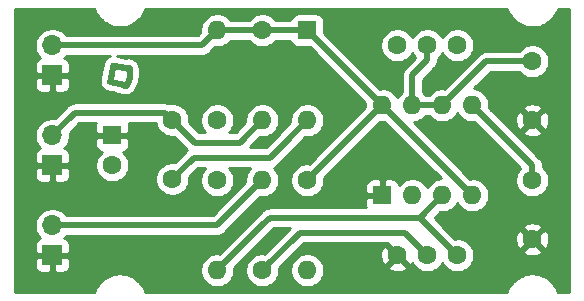
<source format=gbr>
%TF.GenerationSoftware,KiCad,Pcbnew,5.1.7-a382d34a8~88~ubuntu16.04.1*%
%TF.CreationDate,2021-06-30T18:42:27+02:00*%
%TF.ProjectId,555-drum-trigger,3535352d-6472-4756-9d2d-747269676765,rev?*%
%TF.SameCoordinates,Original*%
%TF.FileFunction,Copper,L1,Top*%
%TF.FilePolarity,Positive*%
%FSLAX46Y46*%
G04 Gerber Fmt 4.6, Leading zero omitted, Abs format (unit mm)*
G04 Created by KiCad (PCBNEW 5.1.7-a382d34a8~88~ubuntu16.04.1) date 2021-06-30 18:42:27*
%MOMM*%
%LPD*%
G01*
G04 APERTURE LIST*
%TA.AperFunction,EtchedComponent*%
%ADD10C,0.010000*%
%TD*%
%TA.AperFunction,ComponentPad*%
%ADD11O,1.700000X1.700000*%
%TD*%
%TA.AperFunction,ComponentPad*%
%ADD12R,1.700000X1.700000*%
%TD*%
%TA.AperFunction,ComponentPad*%
%ADD13R,1.600000X1.600000*%
%TD*%
%TA.AperFunction,ComponentPad*%
%ADD14C,1.600000*%
%TD*%
%TA.AperFunction,ComponentPad*%
%ADD15O,1.600000X1.600000*%
%TD*%
%TA.AperFunction,Conductor*%
%ADD16C,0.500000*%
%TD*%
%TA.AperFunction,Conductor*%
%ADD17C,0.254000*%
%TD*%
%TA.AperFunction,Conductor*%
%ADD18C,0.100000*%
%TD*%
G04 APERTURE END LIST*
D10*
%TO.C,G\u002A\u002A\u002A*%
G36*
X95680431Y-70978349D02*
G01*
X95668687Y-71103983D01*
X95649518Y-71233376D01*
X95623030Y-71364949D01*
X95589330Y-71497121D01*
X95585998Y-71508815D01*
X95550596Y-71621468D01*
X95511700Y-71724327D01*
X95467703Y-71821582D01*
X95460468Y-71836138D01*
X95426584Y-71899811D01*
X95393494Y-71953532D01*
X95358584Y-72001043D01*
X95319242Y-72046085D01*
X95299818Y-72066122D01*
X95266833Y-72097793D01*
X95238338Y-72121378D01*
X95210232Y-72139984D01*
X95183358Y-72154316D01*
X95158783Y-72166147D01*
X95139717Y-72173987D01*
X95122062Y-72178658D01*
X95101719Y-72180981D01*
X95074589Y-72181775D01*
X95045774Y-72181861D01*
X95009687Y-72181609D01*
X94983754Y-72180404D01*
X94964018Y-72177569D01*
X94946524Y-72172428D01*
X94927317Y-72164306D01*
X94918248Y-72160060D01*
X94889100Y-72143673D01*
X94857229Y-72121829D01*
X94830054Y-72099704D01*
X94787862Y-72061149D01*
X94242267Y-71952969D01*
X94133521Y-71931333D01*
X94037966Y-71912157D01*
X93954923Y-71895293D01*
X93883714Y-71880595D01*
X93823661Y-71867918D01*
X93774086Y-71857114D01*
X93734310Y-71848037D01*
X93703657Y-71840540D01*
X93681447Y-71834477D01*
X93667002Y-71829702D01*
X93662403Y-71827713D01*
X93623697Y-71801758D01*
X93589534Y-71766377D01*
X93564369Y-71726256D01*
X93562888Y-71723006D01*
X93558337Y-71712596D01*
X93554427Y-71702651D01*
X93551283Y-71692339D01*
X93549029Y-71680825D01*
X93547788Y-71667274D01*
X93547684Y-71650852D01*
X93548841Y-71630724D01*
X93551382Y-71606057D01*
X93555432Y-71576016D01*
X93561114Y-71539766D01*
X93568552Y-71496474D01*
X93577870Y-71445305D01*
X93589191Y-71385424D01*
X93602640Y-71315997D01*
X93618340Y-71236190D01*
X93636415Y-71145169D01*
X93656988Y-71042098D01*
X93680184Y-70926145D01*
X93683748Y-70908333D01*
X93710694Y-70774114D01*
X93735062Y-70653657D01*
X93756875Y-70546855D01*
X93776155Y-70453601D01*
X93792926Y-70373787D01*
X93807210Y-70307307D01*
X93819030Y-70254053D01*
X93828409Y-70213917D01*
X93835369Y-70186793D01*
X93839934Y-70172573D01*
X93840169Y-70172047D01*
X93866760Y-70130827D01*
X93903597Y-70096447D01*
X93947714Y-70070789D01*
X93996147Y-70055738D01*
X94028408Y-70052536D01*
X94040414Y-70053826D01*
X94065123Y-70057694D01*
X94101405Y-70063927D01*
X94148131Y-70072315D01*
X94204172Y-70082648D01*
X94213203Y-70084344D01*
X94213203Y-70525210D01*
X94210571Y-70527624D01*
X94207037Y-70536021D01*
X94202420Y-70551208D01*
X94196542Y-70573990D01*
X94189224Y-70605175D01*
X94180284Y-70645570D01*
X94169545Y-70695980D01*
X94156826Y-70757212D01*
X94141948Y-70830074D01*
X94124731Y-70915372D01*
X94109880Y-70989472D01*
X94094080Y-71068509D01*
X94079102Y-71143463D01*
X94065175Y-71213190D01*
X94052526Y-71276544D01*
X94041386Y-71332381D01*
X94031981Y-71379556D01*
X94024540Y-71416925D01*
X94019291Y-71443343D01*
X94016463Y-71457666D01*
X94016025Y-71459955D01*
X94021086Y-71465679D01*
X94027625Y-71468403D01*
X94036460Y-71470357D01*
X94057989Y-71474827D01*
X94091064Y-71481580D01*
X94134537Y-71490387D01*
X94187261Y-71501016D01*
X94248089Y-71513236D01*
X94315872Y-71526816D01*
X94389464Y-71541525D01*
X94467716Y-71557132D01*
X94522672Y-71568074D01*
X94603679Y-71584279D01*
X94680979Y-71599913D01*
X94753400Y-71614729D01*
X94819772Y-71628478D01*
X94878922Y-71640913D01*
X94929679Y-71651786D01*
X94970873Y-71660851D01*
X95001332Y-71667858D01*
X95019885Y-71672561D01*
X95025030Y-71674278D01*
X95039882Y-71681395D01*
X95048404Y-71684442D01*
X95048478Y-71684444D01*
X95054021Y-71678310D01*
X95063681Y-71661544D01*
X95076297Y-71636602D01*
X95090709Y-71605940D01*
X95105757Y-71572014D01*
X95120280Y-71537279D01*
X95131171Y-71509418D01*
X95170813Y-71389437D01*
X95203239Y-71261038D01*
X95227707Y-71128340D01*
X95243478Y-70995463D01*
X95249813Y-70866525D01*
X95249904Y-70848404D01*
X95249743Y-70801588D01*
X95249081Y-70767076D01*
X95247502Y-70743061D01*
X95244594Y-70727736D01*
X95239939Y-70719293D01*
X95233125Y-70715926D01*
X95223736Y-70715827D01*
X95219575Y-70716252D01*
X95209026Y-70715332D01*
X95185814Y-70711852D01*
X95151113Y-70706028D01*
X95106095Y-70698075D01*
X95051934Y-70688209D01*
X94989803Y-70676644D01*
X94920875Y-70663598D01*
X94846322Y-70649284D01*
X94767318Y-70633918D01*
X94710250Y-70622702D01*
X94629211Y-70606716D01*
X94552107Y-70591522D01*
X94480074Y-70577344D01*
X94414248Y-70564404D01*
X94355765Y-70552925D01*
X94305762Y-70543131D01*
X94265373Y-70535243D01*
X94235736Y-70529485D01*
X94217987Y-70526080D01*
X94213203Y-70525210D01*
X94213203Y-70084344D01*
X94268398Y-70094713D01*
X94339678Y-70108301D01*
X94416884Y-70123201D01*
X94498885Y-70139202D01*
X94584552Y-70156092D01*
X94605006Y-70160150D01*
X95148872Y-70268186D01*
X95195516Y-70249526D01*
X95259453Y-70230718D01*
X95321894Y-70225444D01*
X95381970Y-70233140D01*
X95438811Y-70253242D01*
X95491550Y-70285186D01*
X95539316Y-70328409D01*
X95581241Y-70382347D01*
X95616455Y-70446437D01*
X95644090Y-70520114D01*
X95651023Y-70544972D01*
X95670046Y-70639784D01*
X95681217Y-70744670D01*
X95684643Y-70858051D01*
X95680431Y-70978349D01*
G37*
X95680431Y-70978349D02*
X95668687Y-71103983D01*
X95649518Y-71233376D01*
X95623030Y-71364949D01*
X95589330Y-71497121D01*
X95585998Y-71508815D01*
X95550596Y-71621468D01*
X95511700Y-71724327D01*
X95467703Y-71821582D01*
X95460468Y-71836138D01*
X95426584Y-71899811D01*
X95393494Y-71953532D01*
X95358584Y-72001043D01*
X95319242Y-72046085D01*
X95299818Y-72066122D01*
X95266833Y-72097793D01*
X95238338Y-72121378D01*
X95210232Y-72139984D01*
X95183358Y-72154316D01*
X95158783Y-72166147D01*
X95139717Y-72173987D01*
X95122062Y-72178658D01*
X95101719Y-72180981D01*
X95074589Y-72181775D01*
X95045774Y-72181861D01*
X95009687Y-72181609D01*
X94983754Y-72180404D01*
X94964018Y-72177569D01*
X94946524Y-72172428D01*
X94927317Y-72164306D01*
X94918248Y-72160060D01*
X94889100Y-72143673D01*
X94857229Y-72121829D01*
X94830054Y-72099704D01*
X94787862Y-72061149D01*
X94242267Y-71952969D01*
X94133521Y-71931333D01*
X94037966Y-71912157D01*
X93954923Y-71895293D01*
X93883714Y-71880595D01*
X93823661Y-71867918D01*
X93774086Y-71857114D01*
X93734310Y-71848037D01*
X93703657Y-71840540D01*
X93681447Y-71834477D01*
X93667002Y-71829702D01*
X93662403Y-71827713D01*
X93623697Y-71801758D01*
X93589534Y-71766377D01*
X93564369Y-71726256D01*
X93562888Y-71723006D01*
X93558337Y-71712596D01*
X93554427Y-71702651D01*
X93551283Y-71692339D01*
X93549029Y-71680825D01*
X93547788Y-71667274D01*
X93547684Y-71650852D01*
X93548841Y-71630724D01*
X93551382Y-71606057D01*
X93555432Y-71576016D01*
X93561114Y-71539766D01*
X93568552Y-71496474D01*
X93577870Y-71445305D01*
X93589191Y-71385424D01*
X93602640Y-71315997D01*
X93618340Y-71236190D01*
X93636415Y-71145169D01*
X93656988Y-71042098D01*
X93680184Y-70926145D01*
X93683748Y-70908333D01*
X93710694Y-70774114D01*
X93735062Y-70653657D01*
X93756875Y-70546855D01*
X93776155Y-70453601D01*
X93792926Y-70373787D01*
X93807210Y-70307307D01*
X93819030Y-70254053D01*
X93828409Y-70213917D01*
X93835369Y-70186793D01*
X93839934Y-70172573D01*
X93840169Y-70172047D01*
X93866760Y-70130827D01*
X93903597Y-70096447D01*
X93947714Y-70070789D01*
X93996147Y-70055738D01*
X94028408Y-70052536D01*
X94040414Y-70053826D01*
X94065123Y-70057694D01*
X94101405Y-70063927D01*
X94148131Y-70072315D01*
X94204172Y-70082648D01*
X94213203Y-70084344D01*
X94213203Y-70525210D01*
X94210571Y-70527624D01*
X94207037Y-70536021D01*
X94202420Y-70551208D01*
X94196542Y-70573990D01*
X94189224Y-70605175D01*
X94180284Y-70645570D01*
X94169545Y-70695980D01*
X94156826Y-70757212D01*
X94141948Y-70830074D01*
X94124731Y-70915372D01*
X94109880Y-70989472D01*
X94094080Y-71068509D01*
X94079102Y-71143463D01*
X94065175Y-71213190D01*
X94052526Y-71276544D01*
X94041386Y-71332381D01*
X94031981Y-71379556D01*
X94024540Y-71416925D01*
X94019291Y-71443343D01*
X94016463Y-71457666D01*
X94016025Y-71459955D01*
X94021086Y-71465679D01*
X94027625Y-71468403D01*
X94036460Y-71470357D01*
X94057989Y-71474827D01*
X94091064Y-71481580D01*
X94134537Y-71490387D01*
X94187261Y-71501016D01*
X94248089Y-71513236D01*
X94315872Y-71526816D01*
X94389464Y-71541525D01*
X94467716Y-71557132D01*
X94522672Y-71568074D01*
X94603679Y-71584279D01*
X94680979Y-71599913D01*
X94753400Y-71614729D01*
X94819772Y-71628478D01*
X94878922Y-71640913D01*
X94929679Y-71651786D01*
X94970873Y-71660851D01*
X95001332Y-71667858D01*
X95019885Y-71672561D01*
X95025030Y-71674278D01*
X95039882Y-71681395D01*
X95048404Y-71684442D01*
X95048478Y-71684444D01*
X95054021Y-71678310D01*
X95063681Y-71661544D01*
X95076297Y-71636602D01*
X95090709Y-71605940D01*
X95105757Y-71572014D01*
X95120280Y-71537279D01*
X95131171Y-71509418D01*
X95170813Y-71389437D01*
X95203239Y-71261038D01*
X95227707Y-71128340D01*
X95243478Y-70995463D01*
X95249813Y-70866525D01*
X95249904Y-70848404D01*
X95249743Y-70801588D01*
X95249081Y-70767076D01*
X95247502Y-70743061D01*
X95244594Y-70727736D01*
X95239939Y-70719293D01*
X95233125Y-70715926D01*
X95223736Y-70715827D01*
X95219575Y-70716252D01*
X95209026Y-70715332D01*
X95185814Y-70711852D01*
X95151113Y-70706028D01*
X95106095Y-70698075D01*
X95051934Y-70688209D01*
X94989803Y-70676644D01*
X94920875Y-70663598D01*
X94846322Y-70649284D01*
X94767318Y-70633918D01*
X94710250Y-70622702D01*
X94629211Y-70606716D01*
X94552107Y-70591522D01*
X94480074Y-70577344D01*
X94414248Y-70564404D01*
X94355765Y-70552925D01*
X94305762Y-70543131D01*
X94265373Y-70535243D01*
X94235736Y-70529485D01*
X94217987Y-70526080D01*
X94213203Y-70525210D01*
X94213203Y-70084344D01*
X94268398Y-70094713D01*
X94339678Y-70108301D01*
X94416884Y-70123201D01*
X94498885Y-70139202D01*
X94584552Y-70156092D01*
X94605006Y-70160150D01*
X95148872Y-70268186D01*
X95195516Y-70249526D01*
X95259453Y-70230718D01*
X95321894Y-70225444D01*
X95381970Y-70233140D01*
X95438811Y-70253242D01*
X95491550Y-70285186D01*
X95539316Y-70328409D01*
X95581241Y-70382347D01*
X95616455Y-70446437D01*
X95644090Y-70520114D01*
X95651023Y-70544972D01*
X95670046Y-70639784D01*
X95681217Y-70744670D01*
X95684643Y-70858051D01*
X95680431Y-70978349D01*
%TD*%
D11*
%TO.P,J3,1*%
%TO.N,Net-(J3-Pad1)*%
X88900000Y-83820000D03*
D12*
%TO.P,J3,2*%
%TO.N,GND*%
X88900000Y-86360000D03*
%TD*%
D11*
%TO.P,J1,1*%
%TO.N,+12V*%
X88900000Y-68580000D03*
D12*
%TO.P,J1,2*%
%TO.N,GND*%
X88900000Y-71120000D03*
%TD*%
D11*
%TO.P,J2,1*%
%TO.N,Net-(C3-Pad2)*%
X88900000Y-76200000D03*
D12*
%TO.P,J2,2*%
%TO.N,GND*%
X88900000Y-78740000D03*
%TD*%
D13*
%TO.P,D2,1*%
%TO.N,GND*%
X93980000Y-76200000D03*
D14*
%TO.P,D2,2*%
%TO.N,Net-(D2-Pad2)*%
X93980000Y-78740000D03*
%TD*%
%TO.P,C1,2*%
%TO.N,GND*%
X129540000Y-74930000D03*
%TO.P,C1,1*%
%TO.N,Net-(C1-Pad1)*%
X129540000Y-69930000D03*
%TD*%
%TO.P,C2,1*%
%TO.N,Net-(C2-Pad1)*%
X129540000Y-80010000D03*
%TO.P,C2,2*%
%TO.N,GND*%
X129540000Y-85010000D03*
%TD*%
%TO.P,RV1,1*%
%TO.N,Net-(R2-Pad1)*%
X118110000Y-68580000D03*
%TO.P,RV1,2*%
%TO.N,Net-(C1-Pad1)*%
X120650000Y-68580000D03*
%TO.P,RV1,3*%
%TO.N,Net-(RV1-Pad3)*%
X123190000Y-68580000D03*
%TD*%
%TO.P,RV2,3*%
%TO.N,GND*%
X118110000Y-86360000D03*
%TO.P,RV2,2*%
%TO.N,Net-(R4-Pad1)*%
X120650000Y-86360000D03*
%TO.P,RV2,1*%
%TO.N,Net-(R5-Pad2)*%
X123190000Y-86360000D03*
%TD*%
D13*
%TO.P,U1,1*%
%TO.N,GND*%
X116840000Y-81280000D03*
D15*
%TO.P,U1,5*%
%TO.N,Net-(C2-Pad1)*%
X124460000Y-73660000D03*
%TO.P,U1,2*%
%TO.N,Net-(C3-Pad1)*%
X119380000Y-81280000D03*
%TO.P,U1,6*%
%TO.N,Net-(C1-Pad1)*%
X121920000Y-73660000D03*
%TO.P,U1,3*%
%TO.N,Net-(R5-Pad2)*%
X121920000Y-81280000D03*
%TO.P,U1,7*%
%TO.N,Net-(C1-Pad1)*%
X119380000Y-73660000D03*
%TO.P,U1,4*%
%TO.N,+12V*%
X124460000Y-81280000D03*
%TO.P,U1,8*%
X116840000Y-73660000D03*
%TD*%
D14*
%TO.P,C3,1*%
%TO.N,Net-(C3-Pad1)*%
X99060000Y-79890000D03*
%TO.P,C3,2*%
%TO.N,Net-(C3-Pad2)*%
X99060000Y-74890000D03*
%TD*%
%TO.P,R3,1*%
%TO.N,+12V*%
X110490000Y-80010000D03*
D15*
%TO.P,R3,2*%
%TO.N,Net-(C3-Pad1)*%
X110490000Y-87630000D03*
%TD*%
D14*
%TO.P,R5,1*%
%TO.N,Net-(D2-Pad2)*%
X102870000Y-80010000D03*
D15*
%TO.P,R5,2*%
%TO.N,Net-(R5-Pad2)*%
X102870000Y-87630000D03*
%TD*%
D14*
%TO.P,R4,1*%
%TO.N,Net-(R4-Pad1)*%
X106680000Y-87630000D03*
D15*
%TO.P,R4,2*%
%TO.N,Net-(J3-Pad1)*%
X106680000Y-80010000D03*
%TD*%
D13*
%TO.P,D1,1*%
%TO.N,+12V*%
X110490000Y-67310000D03*
D15*
%TO.P,D1,2*%
%TO.N,Net-(C3-Pad1)*%
X110490000Y-74930000D03*
%TD*%
%TO.P,R2,2*%
%TO.N,+12V*%
X102870000Y-67310000D03*
D14*
%TO.P,R2,1*%
%TO.N,Net-(R2-Pad1)*%
X102870000Y-74930000D03*
%TD*%
%TO.P,R1,1*%
%TO.N,+12V*%
X106680000Y-67310000D03*
D15*
%TO.P,R1,2*%
%TO.N,Net-(C3-Pad2)*%
X106680000Y-74930000D03*
%TD*%
D16*
%TO.N,Net-(C1-Pad1)*%
X120650000Y-68580000D02*
X120650000Y-69850000D01*
X120650000Y-69850000D02*
X119380000Y-71120000D01*
X119380000Y-71120000D02*
X119380000Y-73660000D01*
X121920000Y-73660000D02*
X119380000Y-73660000D01*
X125650000Y-69930000D02*
X121920000Y-73660000D01*
X129540000Y-69930000D02*
X125650000Y-69930000D01*
%TO.N,Net-(C2-Pad1)*%
X124460000Y-73660000D02*
X129540000Y-78740000D01*
X129540000Y-78740000D02*
X129540000Y-80010000D01*
%TO.N,+12V*%
X102870000Y-67310000D02*
X110490000Y-67310000D01*
X110490000Y-67310000D02*
X116840000Y-73660000D01*
X116840000Y-73660000D02*
X110490000Y-80010000D01*
X116840000Y-73660000D02*
X124460000Y-81280000D01*
X101600000Y-68580000D02*
X102870000Y-67310000D01*
X88900000Y-68580000D02*
X101600000Y-68580000D01*
%TO.N,Net-(J3-Pad1)*%
X102870000Y-83820000D02*
X106680000Y-80010000D01*
X88900000Y-83820000D02*
X102870000Y-83820000D01*
%TO.N,Net-(R5-Pad2)*%
X106680000Y-83820000D02*
X102870000Y-87630000D01*
X120015000Y-83185000D02*
X107315000Y-83185000D01*
X107315000Y-83185000D02*
X106680000Y-83820000D01*
X121920000Y-81280000D02*
X120015000Y-83185000D01*
X120015000Y-83185000D02*
X123190000Y-86360000D01*
%TO.N,Net-(C3-Pad1)*%
X108585000Y-76835000D02*
X110490000Y-74930000D01*
X100885000Y-78105000D02*
X107315000Y-78105000D01*
X107315000Y-78105000D02*
X108585000Y-76835000D01*
X99060000Y-79930000D02*
X100885000Y-78105000D01*
%TO.N,Net-(C3-Pad2)*%
X90805000Y-74295000D02*
X88900000Y-76200000D01*
X98425000Y-74295000D02*
X99060000Y-74930000D01*
X90805000Y-74295000D02*
X98425000Y-74295000D01*
X99060000Y-74930000D02*
X100965000Y-76835000D01*
X100965000Y-76835000D02*
X104775000Y-76835000D01*
X104775000Y-76835000D02*
X106680000Y-74930000D01*
%TO.N,Net-(R4-Pad1)*%
X109855000Y-84455000D02*
X106680000Y-87630000D01*
X118745000Y-84455000D02*
X109855000Y-84455000D01*
X120650000Y-86360000D02*
X118745000Y-84455000D01*
%TD*%
D17*
%TO.N,GND*%
X92491447Y-65607430D02*
X92515905Y-65664494D01*
X92539564Y-65721895D01*
X92544113Y-65730308D01*
X92694548Y-66003948D01*
X92729615Y-66055163D01*
X92763982Y-66106888D01*
X92770078Y-66114258D01*
X92970800Y-66353467D01*
X93015157Y-66396905D01*
X93058903Y-66440957D01*
X93066315Y-66447002D01*
X93309674Y-66642669D01*
X93361651Y-66676682D01*
X93413097Y-66711382D01*
X93421541Y-66715872D01*
X93698271Y-66860544D01*
X93755843Y-66883804D01*
X93813068Y-66907859D01*
X93822224Y-66910624D01*
X94121785Y-66998790D01*
X94182802Y-67010430D01*
X94243589Y-67022907D01*
X94253104Y-67023841D01*
X94253108Y-67023841D01*
X94564087Y-67052142D01*
X94626137Y-67051708D01*
X94688254Y-67052142D01*
X94697773Y-67051208D01*
X95008328Y-67018567D01*
X95069135Y-67006085D01*
X95130128Y-66994450D01*
X95139284Y-66991686D01*
X95437585Y-66899347D01*
X95494851Y-66875275D01*
X95552383Y-66852030D01*
X95560823Y-66847542D01*
X95560828Y-66847540D01*
X95560832Y-66847537D01*
X95835512Y-66699019D01*
X95886984Y-66664301D01*
X95938933Y-66630306D01*
X95946345Y-66624262D01*
X96186949Y-66425216D01*
X96230696Y-66381162D01*
X96275054Y-66337724D01*
X96281150Y-66330355D01*
X96478511Y-66088366D01*
X96512888Y-66036625D01*
X96547943Y-65985428D01*
X96552489Y-65977020D01*
X96552494Y-65977013D01*
X96552497Y-65977005D01*
X96699093Y-65701302D01*
X96722757Y-65643889D01*
X96747210Y-65586835D01*
X96750036Y-65577706D01*
X96750038Y-65577700D01*
X96750039Y-65577694D01*
X96787083Y-65455000D01*
X127368094Y-65455000D01*
X127416447Y-65607430D01*
X127440905Y-65664494D01*
X127464564Y-65721895D01*
X127469113Y-65730308D01*
X127619548Y-66003948D01*
X127654615Y-66055163D01*
X127688982Y-66106888D01*
X127695078Y-66114258D01*
X127895800Y-66353467D01*
X127940157Y-66396905D01*
X127983903Y-66440957D01*
X127991315Y-66447002D01*
X128234674Y-66642669D01*
X128286651Y-66676682D01*
X128338097Y-66711382D01*
X128346541Y-66715872D01*
X128623271Y-66860544D01*
X128680843Y-66883804D01*
X128738068Y-66907859D01*
X128747224Y-66910624D01*
X129046785Y-66998790D01*
X129107802Y-67010430D01*
X129168589Y-67022907D01*
X129178104Y-67023841D01*
X129178108Y-67023841D01*
X129489087Y-67052142D01*
X129551137Y-67051708D01*
X129613254Y-67052142D01*
X129622773Y-67051208D01*
X129933328Y-67018567D01*
X129994135Y-67006085D01*
X130055128Y-66994450D01*
X130064284Y-66991686D01*
X130362585Y-66899347D01*
X130419851Y-66875275D01*
X130477383Y-66852030D01*
X130485823Y-66847542D01*
X130485828Y-66847540D01*
X130485832Y-66847537D01*
X130760512Y-66699019D01*
X130811984Y-66664301D01*
X130863933Y-66630306D01*
X130871345Y-66624262D01*
X131111949Y-66425216D01*
X131155696Y-66381162D01*
X131200054Y-66337724D01*
X131206150Y-66330355D01*
X131403511Y-66088366D01*
X131437888Y-66036625D01*
X131472943Y-65985428D01*
X131477489Y-65977020D01*
X131477494Y-65977013D01*
X131477497Y-65977005D01*
X131624093Y-65701302D01*
X131647757Y-65643889D01*
X131672210Y-65586835D01*
X131675036Y-65577706D01*
X131675038Y-65577700D01*
X131675039Y-65577694D01*
X131712083Y-65455000D01*
X132665000Y-65455000D01*
X132665001Y-89485000D01*
X131711906Y-89485000D01*
X131663553Y-89332571D01*
X131639101Y-89275520D01*
X131615436Y-89218105D01*
X131610887Y-89209691D01*
X131460452Y-88936052D01*
X131425385Y-88884837D01*
X131391018Y-88833112D01*
X131384922Y-88825743D01*
X131184201Y-88586533D01*
X131139824Y-88543076D01*
X131096097Y-88499043D01*
X131088685Y-88492998D01*
X130845325Y-88297331D01*
X130793384Y-88263342D01*
X130741904Y-88228618D01*
X130733459Y-88224128D01*
X130456729Y-88079457D01*
X130399190Y-88056210D01*
X130341932Y-88032141D01*
X130332776Y-88029376D01*
X130033215Y-87941210D01*
X129972198Y-87929570D01*
X129911411Y-87917093D01*
X129901896Y-87916159D01*
X129901892Y-87916159D01*
X129590912Y-87887858D01*
X129528862Y-87888292D01*
X129466746Y-87887858D01*
X129457228Y-87888792D01*
X129457226Y-87888792D01*
X129146672Y-87921433D01*
X129085871Y-87933914D01*
X129024872Y-87945550D01*
X129015716Y-87948314D01*
X128717416Y-88040653D01*
X128660162Y-88064721D01*
X128602618Y-88087970D01*
X128594173Y-88092459D01*
X128319489Y-88240981D01*
X128268017Y-88275699D01*
X128216068Y-88309694D01*
X128208656Y-88315738D01*
X127968051Y-88514783D01*
X127924301Y-88558840D01*
X127879946Y-88602276D01*
X127873850Y-88609645D01*
X127676489Y-88851634D01*
X127642124Y-88903357D01*
X127607057Y-88954571D01*
X127602508Y-88962984D01*
X127455908Y-89238698D01*
X127432258Y-89296076D01*
X127407790Y-89353166D01*
X127404962Y-89362302D01*
X127367918Y-89485000D01*
X96786906Y-89485000D01*
X96738553Y-89332571D01*
X96714101Y-89275520D01*
X96690436Y-89218105D01*
X96685887Y-89209691D01*
X96535452Y-88936052D01*
X96500385Y-88884837D01*
X96466018Y-88833112D01*
X96459922Y-88825743D01*
X96259201Y-88586533D01*
X96214824Y-88543076D01*
X96171097Y-88499043D01*
X96163685Y-88492998D01*
X95920325Y-88297331D01*
X95868384Y-88263342D01*
X95816904Y-88228618D01*
X95808459Y-88224128D01*
X95531729Y-88079457D01*
X95474190Y-88056210D01*
X95416932Y-88032141D01*
X95407776Y-88029376D01*
X95108215Y-87941210D01*
X95047198Y-87929570D01*
X94986411Y-87917093D01*
X94976896Y-87916159D01*
X94976892Y-87916159D01*
X94665912Y-87887858D01*
X94603862Y-87888292D01*
X94541746Y-87887858D01*
X94532228Y-87888792D01*
X94532226Y-87888792D01*
X94221672Y-87921433D01*
X94160871Y-87933914D01*
X94099872Y-87945550D01*
X94090716Y-87948314D01*
X93792416Y-88040653D01*
X93735162Y-88064721D01*
X93677618Y-88087970D01*
X93669173Y-88092459D01*
X93394489Y-88240981D01*
X93343017Y-88275699D01*
X93291068Y-88309694D01*
X93283656Y-88315738D01*
X93043051Y-88514783D01*
X92999301Y-88558840D01*
X92954946Y-88602276D01*
X92948850Y-88609645D01*
X92751489Y-88851634D01*
X92717124Y-88903357D01*
X92682057Y-88954571D01*
X92677508Y-88962984D01*
X92530908Y-89238698D01*
X92507258Y-89296076D01*
X92482790Y-89353166D01*
X92479962Y-89362302D01*
X92442918Y-89485000D01*
X85775000Y-89485000D01*
X85775000Y-87210000D01*
X87411928Y-87210000D01*
X87424188Y-87334482D01*
X87460498Y-87454180D01*
X87519463Y-87564494D01*
X87598815Y-87661185D01*
X87695506Y-87740537D01*
X87805820Y-87799502D01*
X87925518Y-87835812D01*
X88050000Y-87848072D01*
X88614250Y-87845000D01*
X88773000Y-87686250D01*
X88773000Y-86487000D01*
X89027000Y-86487000D01*
X89027000Y-87686250D01*
X89185750Y-87845000D01*
X89750000Y-87848072D01*
X89874482Y-87835812D01*
X89994180Y-87799502D01*
X90104494Y-87740537D01*
X90201185Y-87661185D01*
X90280537Y-87564494D01*
X90339502Y-87454180D01*
X90375812Y-87334482D01*
X90388072Y-87210000D01*
X90385000Y-86645750D01*
X90226250Y-86487000D01*
X89027000Y-86487000D01*
X88773000Y-86487000D01*
X87573750Y-86487000D01*
X87415000Y-86645750D01*
X87411928Y-87210000D01*
X85775000Y-87210000D01*
X85775000Y-79590000D01*
X87411928Y-79590000D01*
X87424188Y-79714482D01*
X87460498Y-79834180D01*
X87519463Y-79944494D01*
X87598815Y-80041185D01*
X87695506Y-80120537D01*
X87805820Y-80179502D01*
X87925518Y-80215812D01*
X88050000Y-80228072D01*
X88614250Y-80225000D01*
X88773000Y-80066250D01*
X88773000Y-78867000D01*
X89027000Y-78867000D01*
X89027000Y-80066250D01*
X89185750Y-80225000D01*
X89750000Y-80228072D01*
X89874482Y-80215812D01*
X89994180Y-80179502D01*
X90104494Y-80120537D01*
X90201185Y-80041185D01*
X90280537Y-79944494D01*
X90339502Y-79834180D01*
X90375812Y-79714482D01*
X90388072Y-79590000D01*
X90385000Y-79025750D01*
X90226250Y-78867000D01*
X89027000Y-78867000D01*
X88773000Y-78867000D01*
X87573750Y-78867000D01*
X87415000Y-79025750D01*
X87411928Y-79590000D01*
X85775000Y-79590000D01*
X85775000Y-77890000D01*
X87411928Y-77890000D01*
X87415000Y-78454250D01*
X87573750Y-78613000D01*
X88773000Y-78613000D01*
X88773000Y-78593000D01*
X89027000Y-78593000D01*
X89027000Y-78613000D01*
X90226250Y-78613000D01*
X90385000Y-78454250D01*
X90388072Y-77890000D01*
X90375812Y-77765518D01*
X90339502Y-77645820D01*
X90280537Y-77535506D01*
X90201185Y-77438815D01*
X90104494Y-77359463D01*
X89994180Y-77300498D01*
X89921620Y-77278487D01*
X90053475Y-77146632D01*
X90151451Y-77000000D01*
X92541928Y-77000000D01*
X92554188Y-77124482D01*
X92590498Y-77244180D01*
X92649463Y-77354494D01*
X92728815Y-77451185D01*
X92825506Y-77530537D01*
X92935820Y-77589502D01*
X93055518Y-77625812D01*
X93063961Y-77626643D01*
X92865363Y-77825241D01*
X92708320Y-78060273D01*
X92600147Y-78321426D01*
X92545000Y-78598665D01*
X92545000Y-78881335D01*
X92600147Y-79158574D01*
X92708320Y-79419727D01*
X92865363Y-79654759D01*
X93065241Y-79854637D01*
X93300273Y-80011680D01*
X93561426Y-80119853D01*
X93838665Y-80175000D01*
X94121335Y-80175000D01*
X94398574Y-80119853D01*
X94659727Y-80011680D01*
X94894759Y-79854637D01*
X95094637Y-79654759D01*
X95251680Y-79419727D01*
X95359853Y-79158574D01*
X95415000Y-78881335D01*
X95415000Y-78598665D01*
X95359853Y-78321426D01*
X95251680Y-78060273D01*
X95094637Y-77825241D01*
X94896039Y-77626643D01*
X94904482Y-77625812D01*
X95024180Y-77589502D01*
X95134494Y-77530537D01*
X95231185Y-77451185D01*
X95310537Y-77354494D01*
X95369502Y-77244180D01*
X95405812Y-77124482D01*
X95418072Y-77000000D01*
X95415000Y-76485750D01*
X95256250Y-76327000D01*
X94107000Y-76327000D01*
X94107000Y-76347000D01*
X93853000Y-76347000D01*
X93853000Y-76327000D01*
X92703750Y-76327000D01*
X92545000Y-76485750D01*
X92541928Y-77000000D01*
X90151451Y-77000000D01*
X90215990Y-76903411D01*
X90327932Y-76633158D01*
X90385000Y-76346260D01*
X90385000Y-76053740D01*
X90370539Y-75981040D01*
X91171579Y-75180000D01*
X92583163Y-75180000D01*
X92554188Y-75275518D01*
X92541928Y-75400000D01*
X92545000Y-75914250D01*
X92703750Y-76073000D01*
X93853000Y-76073000D01*
X93853000Y-76053000D01*
X94107000Y-76053000D01*
X94107000Y-76073000D01*
X95256250Y-76073000D01*
X95415000Y-75914250D01*
X95418072Y-75400000D01*
X95405812Y-75275518D01*
X95376837Y-75180000D01*
X97654572Y-75180000D01*
X97680147Y-75308574D01*
X97788320Y-75569727D01*
X97945363Y-75804759D01*
X98145241Y-76004637D01*
X98380273Y-76161680D01*
X98641426Y-76269853D01*
X98918665Y-76325000D01*
X99201335Y-76325000D01*
X99203075Y-76324654D01*
X100308468Y-77430047D01*
X100310050Y-77431975D01*
X100289953Y-77448468D01*
X100289951Y-77448470D01*
X100256183Y-77476183D01*
X100228470Y-77509951D01*
X99269802Y-78468619D01*
X99201335Y-78455000D01*
X98918665Y-78455000D01*
X98641426Y-78510147D01*
X98380273Y-78618320D01*
X98145241Y-78775363D01*
X97945363Y-78975241D01*
X97788320Y-79210273D01*
X97680147Y-79471426D01*
X97625000Y-79748665D01*
X97625000Y-80031335D01*
X97680147Y-80308574D01*
X97788320Y-80569727D01*
X97945363Y-80804759D01*
X98145241Y-81004637D01*
X98380273Y-81161680D01*
X98641426Y-81269853D01*
X98918665Y-81325000D01*
X99201335Y-81325000D01*
X99478574Y-81269853D01*
X99739727Y-81161680D01*
X99974759Y-81004637D01*
X100174637Y-80804759D01*
X100331680Y-80569727D01*
X100439853Y-80308574D01*
X100495000Y-80031335D01*
X100495000Y-79748665D01*
X100494654Y-79746925D01*
X101251579Y-78990000D01*
X101860604Y-78990000D01*
X101755363Y-79095241D01*
X101598320Y-79330273D01*
X101490147Y-79591426D01*
X101435000Y-79868665D01*
X101435000Y-80151335D01*
X101490147Y-80428574D01*
X101598320Y-80689727D01*
X101755363Y-80924759D01*
X101955241Y-81124637D01*
X102190273Y-81281680D01*
X102451426Y-81389853D01*
X102728665Y-81445000D01*
X103011335Y-81445000D01*
X103288574Y-81389853D01*
X103549727Y-81281680D01*
X103784759Y-81124637D01*
X103984637Y-80924759D01*
X104141680Y-80689727D01*
X104249853Y-80428574D01*
X104305000Y-80151335D01*
X104305000Y-79868665D01*
X104249853Y-79591426D01*
X104141680Y-79330273D01*
X103984637Y-79095241D01*
X103879396Y-78990000D01*
X105670604Y-78990000D01*
X105565363Y-79095241D01*
X105408320Y-79330273D01*
X105300147Y-79591426D01*
X105245000Y-79868665D01*
X105245000Y-80151335D01*
X105251983Y-80186439D01*
X102503422Y-82935000D01*
X90094656Y-82935000D01*
X90053475Y-82873368D01*
X89846632Y-82666525D01*
X89603411Y-82504010D01*
X89333158Y-82392068D01*
X89046260Y-82335000D01*
X88753740Y-82335000D01*
X88466842Y-82392068D01*
X88196589Y-82504010D01*
X87953368Y-82666525D01*
X87746525Y-82873368D01*
X87584010Y-83116589D01*
X87472068Y-83386842D01*
X87415000Y-83673740D01*
X87415000Y-83966260D01*
X87472068Y-84253158D01*
X87584010Y-84523411D01*
X87746525Y-84766632D01*
X87878380Y-84898487D01*
X87805820Y-84920498D01*
X87695506Y-84979463D01*
X87598815Y-85058815D01*
X87519463Y-85155506D01*
X87460498Y-85265820D01*
X87424188Y-85385518D01*
X87411928Y-85510000D01*
X87415000Y-86074250D01*
X87573750Y-86233000D01*
X88773000Y-86233000D01*
X88773000Y-86213000D01*
X89027000Y-86213000D01*
X89027000Y-86233000D01*
X90226250Y-86233000D01*
X90385000Y-86074250D01*
X90388072Y-85510000D01*
X90375812Y-85385518D01*
X90339502Y-85265820D01*
X90280537Y-85155506D01*
X90201185Y-85058815D01*
X90104494Y-84979463D01*
X89994180Y-84920498D01*
X89921620Y-84898487D01*
X90053475Y-84766632D01*
X90094656Y-84705000D01*
X102826531Y-84705000D01*
X102870000Y-84709281D01*
X102913469Y-84705000D01*
X102913477Y-84705000D01*
X103043490Y-84692195D01*
X103210313Y-84641589D01*
X103364059Y-84559411D01*
X103498817Y-84448817D01*
X103526534Y-84415044D01*
X106503561Y-81438017D01*
X106538665Y-81445000D01*
X106821335Y-81445000D01*
X107098574Y-81389853D01*
X107359727Y-81281680D01*
X107594759Y-81124637D01*
X107794637Y-80924759D01*
X107951680Y-80689727D01*
X108059853Y-80428574D01*
X108115000Y-80151335D01*
X108115000Y-79868665D01*
X108059853Y-79591426D01*
X107951680Y-79330273D01*
X107794637Y-79095241D01*
X107632811Y-78933415D01*
X107655313Y-78926589D01*
X107809059Y-78844411D01*
X107943817Y-78733817D01*
X107971534Y-78700044D01*
X109241532Y-77430047D01*
X109241536Y-77430042D01*
X110313561Y-76358017D01*
X110348665Y-76365000D01*
X110631335Y-76365000D01*
X110908574Y-76309853D01*
X111169727Y-76201680D01*
X111404759Y-76044637D01*
X111604637Y-75844759D01*
X111761680Y-75609727D01*
X111869853Y-75348574D01*
X111925000Y-75071335D01*
X111925000Y-74788665D01*
X111869853Y-74511426D01*
X111761680Y-74250273D01*
X111604637Y-74015241D01*
X111404759Y-73815363D01*
X111169727Y-73658320D01*
X110908574Y-73550147D01*
X110631335Y-73495000D01*
X110348665Y-73495000D01*
X110071426Y-73550147D01*
X109810273Y-73658320D01*
X109575241Y-73815363D01*
X109375363Y-74015241D01*
X109218320Y-74250273D01*
X109110147Y-74511426D01*
X109055000Y-74788665D01*
X109055000Y-75071335D01*
X109061983Y-75106439D01*
X107989958Y-76178464D01*
X107989953Y-76178468D01*
X106948422Y-77220000D01*
X105641578Y-77220000D01*
X106503561Y-76358017D01*
X106538665Y-76365000D01*
X106821335Y-76365000D01*
X107098574Y-76309853D01*
X107359727Y-76201680D01*
X107594759Y-76044637D01*
X107794637Y-75844759D01*
X107951680Y-75609727D01*
X108059853Y-75348574D01*
X108115000Y-75071335D01*
X108115000Y-74788665D01*
X108059853Y-74511426D01*
X107951680Y-74250273D01*
X107794637Y-74015241D01*
X107594759Y-73815363D01*
X107359727Y-73658320D01*
X107098574Y-73550147D01*
X106821335Y-73495000D01*
X106538665Y-73495000D01*
X106261426Y-73550147D01*
X106000273Y-73658320D01*
X105765241Y-73815363D01*
X105565363Y-74015241D01*
X105408320Y-74250273D01*
X105300147Y-74511426D01*
X105245000Y-74788665D01*
X105245000Y-75071335D01*
X105251983Y-75106439D01*
X104408422Y-75950000D01*
X103879396Y-75950000D01*
X103984637Y-75844759D01*
X104141680Y-75609727D01*
X104249853Y-75348574D01*
X104305000Y-75071335D01*
X104305000Y-74788665D01*
X104249853Y-74511426D01*
X104141680Y-74250273D01*
X103984637Y-74015241D01*
X103784759Y-73815363D01*
X103549727Y-73658320D01*
X103288574Y-73550147D01*
X103011335Y-73495000D01*
X102728665Y-73495000D01*
X102451426Y-73550147D01*
X102190273Y-73658320D01*
X101955241Y-73815363D01*
X101755363Y-74015241D01*
X101598320Y-74250273D01*
X101490147Y-74511426D01*
X101435000Y-74788665D01*
X101435000Y-75071335D01*
X101490147Y-75348574D01*
X101598320Y-75609727D01*
X101755363Y-75844759D01*
X101860604Y-75950000D01*
X101331579Y-75950000D01*
X100481381Y-75099802D01*
X100495000Y-75031335D01*
X100495000Y-74748665D01*
X100439853Y-74471426D01*
X100331680Y-74210273D01*
X100174637Y-73975241D01*
X99974759Y-73775363D01*
X99739727Y-73618320D01*
X99478574Y-73510147D01*
X99201335Y-73455000D01*
X98918665Y-73455000D01*
X98781802Y-73482224D01*
X98765313Y-73473411D01*
X98598490Y-73422805D01*
X98468477Y-73410000D01*
X98468469Y-73410000D01*
X98425000Y-73405719D01*
X98381531Y-73410000D01*
X90848469Y-73410000D01*
X90805000Y-73405719D01*
X90761531Y-73410000D01*
X90761523Y-73410000D01*
X90631510Y-73422805D01*
X90464687Y-73473411D01*
X90408020Y-73503700D01*
X90310941Y-73555589D01*
X90209953Y-73638468D01*
X90209951Y-73638470D01*
X90176183Y-73666183D01*
X90148470Y-73699951D01*
X89118960Y-74729461D01*
X89046260Y-74715000D01*
X88753740Y-74715000D01*
X88466842Y-74772068D01*
X88196589Y-74884010D01*
X87953368Y-75046525D01*
X87746525Y-75253368D01*
X87584010Y-75496589D01*
X87472068Y-75766842D01*
X87415000Y-76053740D01*
X87415000Y-76346260D01*
X87472068Y-76633158D01*
X87584010Y-76903411D01*
X87746525Y-77146632D01*
X87878380Y-77278487D01*
X87805820Y-77300498D01*
X87695506Y-77359463D01*
X87598815Y-77438815D01*
X87519463Y-77535506D01*
X87460498Y-77645820D01*
X87424188Y-77765518D01*
X87411928Y-77890000D01*
X85775000Y-77890000D01*
X85775000Y-71970000D01*
X87411928Y-71970000D01*
X87424188Y-72094482D01*
X87460498Y-72214180D01*
X87519463Y-72324494D01*
X87598815Y-72421185D01*
X87695506Y-72500537D01*
X87805820Y-72559502D01*
X87925518Y-72595812D01*
X88050000Y-72608072D01*
X88614250Y-72605000D01*
X88773000Y-72446250D01*
X88773000Y-71247000D01*
X89027000Y-71247000D01*
X89027000Y-72446250D01*
X89185750Y-72605000D01*
X89750000Y-72608072D01*
X89874482Y-72595812D01*
X89994180Y-72559502D01*
X90104494Y-72500537D01*
X90201185Y-72421185D01*
X90280537Y-72324494D01*
X90339502Y-72214180D01*
X90375812Y-72094482D01*
X90388072Y-71970000D01*
X90385000Y-71405750D01*
X90226250Y-71247000D01*
X89027000Y-71247000D01*
X88773000Y-71247000D01*
X87573750Y-71247000D01*
X87415000Y-71405750D01*
X87411928Y-71970000D01*
X85775000Y-71970000D01*
X85775000Y-70270000D01*
X87411928Y-70270000D01*
X87415000Y-70834250D01*
X87573750Y-70993000D01*
X88773000Y-70993000D01*
X88773000Y-70973000D01*
X89027000Y-70973000D01*
X89027000Y-70993000D01*
X90226250Y-70993000D01*
X90385000Y-70834250D01*
X90388072Y-70270000D01*
X90375812Y-70145518D01*
X90339502Y-70025820D01*
X90280537Y-69915506D01*
X90201185Y-69818815D01*
X90104494Y-69739463D01*
X89994180Y-69680498D01*
X89921620Y-69658487D01*
X90053475Y-69526632D01*
X90094656Y-69465000D01*
X93742892Y-69465000D01*
X93695495Y-69485887D01*
X93642695Y-69508150D01*
X93638433Y-69511032D01*
X93633712Y-69513112D01*
X93625957Y-69517551D01*
X93581839Y-69543209D01*
X93578004Y-69545973D01*
X93573742Y-69547999D01*
X93527375Y-69582464D01*
X93480510Y-69616242D01*
X93477291Y-69619692D01*
X93473497Y-69622512D01*
X93466921Y-69628564D01*
X93430084Y-69662944D01*
X93422120Y-69671985D01*
X93412840Y-69679655D01*
X93380907Y-69718772D01*
X93347522Y-69756672D01*
X93341469Y-69767082D01*
X93333851Y-69776414D01*
X93328955Y-69783889D01*
X93302364Y-69825109D01*
X93294244Y-69840891D01*
X93284553Y-69854529D01*
X93273507Y-69879110D01*
X93259536Y-69902852D01*
X93255835Y-69910985D01*
X93255600Y-69911511D01*
X93251323Y-69924313D01*
X93245219Y-69936177D01*
X93240537Y-69952477D01*
X93233355Y-69968459D01*
X93230564Y-69976949D01*
X93225999Y-69991169D01*
X93222916Y-70005433D01*
X93217733Y-70019082D01*
X93215452Y-70027723D01*
X93208492Y-70054847D01*
X93208116Y-70057278D01*
X93207292Y-70059598D01*
X93205198Y-70068285D01*
X93195820Y-70108421D01*
X93195807Y-70108521D01*
X93194235Y-70115377D01*
X93182415Y-70168631D01*
X93182396Y-70168784D01*
X93181490Y-70172864D01*
X93167206Y-70239344D01*
X93167190Y-70239484D01*
X93166604Y-70242180D01*
X93149833Y-70321994D01*
X93149821Y-70322102D01*
X93149410Y-70324023D01*
X93130130Y-70417277D01*
X93130121Y-70417364D01*
X93129820Y-70418786D01*
X93108007Y-70525589D01*
X93108000Y-70525654D01*
X93107769Y-70526758D01*
X93083401Y-70647215D01*
X93083396Y-70647266D01*
X93083214Y-70648140D01*
X93056268Y-70782359D01*
X93056265Y-70782389D01*
X93056187Y-70782765D01*
X93052623Y-70800576D01*
X93052622Y-70800582D01*
X93052618Y-70800603D01*
X93029422Y-70916556D01*
X93029420Y-70916571D01*
X93029368Y-70916825D01*
X93008795Y-71019896D01*
X93008791Y-71019941D01*
X93008673Y-71020512D01*
X92990598Y-71111533D01*
X92990592Y-71111596D01*
X92990376Y-71112654D01*
X92974676Y-71192461D01*
X92974667Y-71192557D01*
X92974320Y-71194282D01*
X92960871Y-71263710D01*
X92960858Y-71263847D01*
X92960331Y-71266533D01*
X92949010Y-71326414D01*
X92948996Y-71326574D01*
X92948225Y-71330646D01*
X92938907Y-71381814D01*
X92938896Y-71381943D01*
X92937794Y-71388104D01*
X92930356Y-71431395D01*
X92930340Y-71431618D01*
X92930279Y-71431840D01*
X92928834Y-71440659D01*
X92923152Y-71476909D01*
X92923013Y-71479316D01*
X92922425Y-71481660D01*
X92921170Y-71490507D01*
X92917120Y-71520548D01*
X92916918Y-71526129D01*
X92915728Y-71531593D01*
X92914751Y-71540476D01*
X92912210Y-71565143D01*
X92912161Y-71575178D01*
X92910470Y-71585079D01*
X92909896Y-71593996D01*
X92908739Y-71614124D01*
X92909383Y-71630079D01*
X92907702Y-71645969D01*
X92907697Y-71654905D01*
X92907801Y-71671327D01*
X92910166Y-71693971D01*
X92909702Y-71716737D01*
X92910455Y-71725641D01*
X92911696Y-71739192D01*
X92916996Y-71766891D01*
X92919295Y-71794997D01*
X92920951Y-71803779D01*
X92923205Y-71815293D01*
X92931353Y-71842494D01*
X92936557Y-71870419D01*
X92939104Y-71878985D01*
X92942248Y-71889297D01*
X92950205Y-71908453D01*
X92955596Y-71928487D01*
X92958808Y-71936826D01*
X92962718Y-71946771D01*
X92966162Y-71953513D01*
X92968404Y-71960748D01*
X92971927Y-71968960D01*
X92976477Y-71979370D01*
X92976708Y-71979783D01*
X92976856Y-71980236D01*
X92980505Y-71988393D01*
X92981987Y-71991644D01*
X93001029Y-72024494D01*
X93017498Y-72058720D01*
X93022194Y-72066323D01*
X93047359Y-72106444D01*
X93085183Y-72155388D01*
X93122968Y-72204460D01*
X93123698Y-72205227D01*
X93123737Y-72205277D01*
X93123790Y-72205323D01*
X93129130Y-72210931D01*
X93163294Y-72246312D01*
X93163971Y-72246888D01*
X93164528Y-72247587D01*
X93211725Y-72287535D01*
X93258410Y-72327272D01*
X93259183Y-72327704D01*
X93259867Y-72328283D01*
X93267255Y-72333311D01*
X93305961Y-72359266D01*
X93330658Y-72372533D01*
X93344182Y-72382320D01*
X93369454Y-72393940D01*
X93400176Y-72411526D01*
X93408354Y-72415130D01*
X93412953Y-72417119D01*
X93414696Y-72417678D01*
X93415995Y-72418376D01*
X93435718Y-72424423D01*
X93435828Y-72424458D01*
X93457666Y-72434499D01*
X93466131Y-72437362D01*
X93480577Y-72442137D01*
X93492722Y-72444872D01*
X93504299Y-72449472D01*
X93512904Y-72451885D01*
X93535114Y-72457948D01*
X93539121Y-72458631D01*
X93542944Y-72460033D01*
X93551610Y-72462216D01*
X93582262Y-72469713D01*
X93582749Y-72469783D01*
X93583222Y-72469948D01*
X93591921Y-72471996D01*
X93631697Y-72481073D01*
X93631827Y-72481089D01*
X93637808Y-72482437D01*
X93687383Y-72493241D01*
X93687543Y-72493260D01*
X93691472Y-72494118D01*
X93751525Y-72506795D01*
X93751660Y-72506810D01*
X93754341Y-72507383D01*
X93825550Y-72522081D01*
X93825660Y-72522093D01*
X93827554Y-72522491D01*
X93910597Y-72539355D01*
X93910685Y-72539364D01*
X93912041Y-72539646D01*
X94007596Y-72558822D01*
X94007655Y-72558828D01*
X94008635Y-72559030D01*
X94117381Y-72580666D01*
X94117404Y-72580668D01*
X94117792Y-72580748D01*
X94507490Y-72658017D01*
X94527279Y-72671580D01*
X94548261Y-72683127D01*
X94567701Y-72697120D01*
X94575460Y-72701553D01*
X94604608Y-72717940D01*
X94622313Y-72725728D01*
X94638811Y-72735834D01*
X94646877Y-72739679D01*
X94655946Y-72743925D01*
X94663167Y-72746480D01*
X94669846Y-72750232D01*
X94678053Y-72753770D01*
X94697260Y-72761892D01*
X94727912Y-72771452D01*
X94737077Y-72775300D01*
X94743296Y-72778303D01*
X94745745Y-72778940D01*
X94757520Y-72783884D01*
X94766076Y-72786463D01*
X94783571Y-72791604D01*
X94806551Y-72795978D01*
X94816501Y-72799081D01*
X94823306Y-72799811D01*
X94830310Y-72800928D01*
X94864182Y-72809735D01*
X94873019Y-72811067D01*
X94892755Y-72813902D01*
X94903191Y-72814371D01*
X94906274Y-72814958D01*
X94914836Y-72814895D01*
X94919088Y-72815086D01*
X94945124Y-72819238D01*
X94954048Y-72819714D01*
X94979981Y-72820919D01*
X94988152Y-72820499D01*
X94996283Y-72821469D01*
X95005218Y-72821593D01*
X95041305Y-72821845D01*
X95041431Y-72821834D01*
X95047684Y-72821858D01*
X95076499Y-72821772D01*
X95080430Y-72821375D01*
X95084378Y-72821701D01*
X95093312Y-72821501D01*
X95120442Y-72820707D01*
X95142849Y-72817846D01*
X95152388Y-72817827D01*
X95153541Y-72817883D01*
X95153940Y-72817824D01*
X95165444Y-72817801D01*
X95174330Y-72816849D01*
X95194673Y-72814526D01*
X95232585Y-72806388D01*
X95244342Y-72804887D01*
X95246160Y-72804279D01*
X95254729Y-72803567D01*
X95259517Y-72802198D01*
X95277101Y-72799596D01*
X95285755Y-72797370D01*
X95303410Y-72792699D01*
X95313011Y-72789125D01*
X95316797Y-72788312D01*
X95326965Y-72783930D01*
X95338658Y-72779577D01*
X95374825Y-72769239D01*
X95383113Y-72765898D01*
X95402179Y-72758058D01*
X95414817Y-72751352D01*
X95428320Y-72746621D01*
X95436398Y-72742801D01*
X95460974Y-72730970D01*
X95468464Y-72726415D01*
X95476607Y-72723179D01*
X95484521Y-72719029D01*
X95511396Y-72704697D01*
X95532962Y-72690329D01*
X95556026Y-72678525D01*
X95563512Y-72673644D01*
X95591618Y-72655038D01*
X95614652Y-72636316D01*
X95639488Y-72620055D01*
X95646411Y-72614405D01*
X95674906Y-72590821D01*
X95688398Y-72577228D01*
X95703604Y-72565587D01*
X95710093Y-72559443D01*
X95743078Y-72527772D01*
X95747650Y-72522431D01*
X95753077Y-72517959D01*
X95759341Y-72511587D01*
X95778765Y-72491549D01*
X95786347Y-72482020D01*
X95795336Y-72473794D01*
X95801261Y-72467105D01*
X95840603Y-72422063D01*
X95853700Y-72403726D01*
X95868987Y-72387164D01*
X95874328Y-72380000D01*
X95909238Y-72332489D01*
X95920312Y-72313843D01*
X95933676Y-72296758D01*
X95938415Y-72289182D01*
X95971505Y-72235461D01*
X95978413Y-72221317D01*
X95987313Y-72208329D01*
X95991566Y-72200470D01*
X96025450Y-72136796D01*
X96027140Y-72132700D01*
X96029544Y-72128974D01*
X96033577Y-72120999D01*
X96040812Y-72106443D01*
X96043378Y-72099698D01*
X96047071Y-72093489D01*
X96050811Y-72085373D01*
X96094808Y-71988118D01*
X96099895Y-71973125D01*
X96107110Y-71959034D01*
X96110329Y-71950698D01*
X96149225Y-71847838D01*
X96152829Y-71834493D01*
X96158419Y-71821847D01*
X96161157Y-71813341D01*
X96196559Y-71700688D01*
X96197412Y-71696620D01*
X96198992Y-71692769D01*
X96201500Y-71684192D01*
X96204832Y-71672498D01*
X96205634Y-71668085D01*
X96207221Y-71663887D01*
X96209489Y-71655243D01*
X96243189Y-71523071D01*
X96244987Y-71511327D01*
X96248618Y-71500006D01*
X96250442Y-71491258D01*
X96276930Y-71359685D01*
X96278146Y-71347675D01*
X96281238Y-71335996D01*
X96282608Y-71327166D01*
X96301777Y-71197773D01*
X96302408Y-71184988D01*
X96305016Y-71172441D01*
X96305909Y-71163549D01*
X96317653Y-71037915D01*
X96317589Y-71023717D01*
X96319664Y-71009672D01*
X96320039Y-71000744D01*
X96324251Y-70880445D01*
X96323220Y-70864042D01*
X96324559Y-70847655D01*
X96324351Y-70838721D01*
X96320925Y-70725340D01*
X96318391Y-70705642D01*
X96318502Y-70685782D01*
X96317618Y-70676889D01*
X96306447Y-70572003D01*
X96301391Y-70547545D01*
X96299238Y-70522658D01*
X96297540Y-70513884D01*
X96278517Y-70419072D01*
X96272909Y-70400665D01*
X96269836Y-70381660D01*
X96267495Y-70373036D01*
X96260562Y-70348177D01*
X96252119Y-70326392D01*
X96246404Y-70303740D01*
X96243324Y-70295351D01*
X96215689Y-70221674D01*
X96197408Y-70184457D01*
X96181613Y-70146109D01*
X96177364Y-70138248D01*
X96142150Y-70074158D01*
X96116078Y-70036061D01*
X96091983Y-69996675D01*
X96086548Y-69989582D01*
X96044623Y-69935643D01*
X96009308Y-69898373D01*
X95975318Y-69859898D01*
X95968734Y-69853856D01*
X95920968Y-69810633D01*
X95875551Y-69776976D01*
X95830730Y-69742454D01*
X95823119Y-69737772D01*
X95770380Y-69705828D01*
X95715533Y-69679546D01*
X95660602Y-69652901D01*
X95657854Y-69651908D01*
X95657738Y-69651852D01*
X95657607Y-69651818D01*
X95652198Y-69649863D01*
X95595357Y-69629761D01*
X95594395Y-69629523D01*
X95593500Y-69629108D01*
X95533739Y-69614539D01*
X95474096Y-69599806D01*
X95473112Y-69599760D01*
X95472148Y-69599525D01*
X95463292Y-69598328D01*
X95403216Y-69590632D01*
X95402497Y-69590611D01*
X95401797Y-69590452D01*
X95339924Y-69588753D01*
X95278365Y-69586926D01*
X95277661Y-69587044D01*
X95276938Y-69587024D01*
X95268029Y-69587715D01*
X95205588Y-69592989D01*
X95146558Y-69603853D01*
X95116228Y-69609196D01*
X94729702Y-69532415D01*
X94729687Y-69532414D01*
X94729553Y-69532386D01*
X94709098Y-69528328D01*
X94709052Y-69528324D01*
X94708350Y-69528180D01*
X94622683Y-69511290D01*
X94622617Y-69511284D01*
X94621458Y-69511049D01*
X94539457Y-69495048D01*
X94539375Y-69495040D01*
X94538160Y-69494797D01*
X94460954Y-69479897D01*
X94460877Y-69479890D01*
X94459523Y-69479622D01*
X94388242Y-69466034D01*
X94388151Y-69466026D01*
X94386563Y-69465716D01*
X94382752Y-69465000D01*
X101556531Y-69465000D01*
X101600000Y-69469281D01*
X101643469Y-69465000D01*
X101643477Y-69465000D01*
X101773490Y-69452195D01*
X101940313Y-69401589D01*
X102094059Y-69319411D01*
X102228817Y-69208817D01*
X102256534Y-69175044D01*
X102693561Y-68738017D01*
X102728665Y-68745000D01*
X103011335Y-68745000D01*
X103288574Y-68689853D01*
X103549727Y-68581680D01*
X103784759Y-68424637D01*
X103984637Y-68224759D01*
X104004521Y-68195000D01*
X105545479Y-68195000D01*
X105565363Y-68224759D01*
X105765241Y-68424637D01*
X106000273Y-68581680D01*
X106261426Y-68689853D01*
X106538665Y-68745000D01*
X106821335Y-68745000D01*
X107098574Y-68689853D01*
X107359727Y-68581680D01*
X107594759Y-68424637D01*
X107794637Y-68224759D01*
X107814521Y-68195000D01*
X109060299Y-68195000D01*
X109064188Y-68234482D01*
X109100498Y-68354180D01*
X109159463Y-68464494D01*
X109238815Y-68561185D01*
X109335506Y-68640537D01*
X109445820Y-68699502D01*
X109565518Y-68735812D01*
X109690000Y-68748072D01*
X110676494Y-68748072D01*
X115411983Y-73483561D01*
X115405000Y-73518665D01*
X115405000Y-73801335D01*
X115411983Y-73836439D01*
X110666439Y-78581983D01*
X110631335Y-78575000D01*
X110348665Y-78575000D01*
X110071426Y-78630147D01*
X109810273Y-78738320D01*
X109575241Y-78895363D01*
X109375363Y-79095241D01*
X109218320Y-79330273D01*
X109110147Y-79591426D01*
X109055000Y-79868665D01*
X109055000Y-80151335D01*
X109110147Y-80428574D01*
X109218320Y-80689727D01*
X109375363Y-80924759D01*
X109575241Y-81124637D01*
X109810273Y-81281680D01*
X110071426Y-81389853D01*
X110348665Y-81445000D01*
X110631335Y-81445000D01*
X110908574Y-81389853D01*
X111169727Y-81281680D01*
X111404759Y-81124637D01*
X111604637Y-80924759D01*
X111761680Y-80689727D01*
X111848551Y-80480000D01*
X115401928Y-80480000D01*
X115405000Y-80994250D01*
X115563750Y-81153000D01*
X116713000Y-81153000D01*
X116713000Y-80003750D01*
X116554250Y-79845000D01*
X116040000Y-79841928D01*
X115915518Y-79854188D01*
X115795820Y-79890498D01*
X115685506Y-79949463D01*
X115588815Y-80028815D01*
X115509463Y-80125506D01*
X115450498Y-80235820D01*
X115414188Y-80355518D01*
X115401928Y-80480000D01*
X111848551Y-80480000D01*
X111869853Y-80428574D01*
X111925000Y-80151335D01*
X111925000Y-79868665D01*
X111918017Y-79833561D01*
X116663561Y-75088017D01*
X116698665Y-75095000D01*
X116981335Y-75095000D01*
X117016439Y-75088017D01*
X121774291Y-79845870D01*
X121501426Y-79900147D01*
X121240273Y-80008320D01*
X121005241Y-80165363D01*
X120805363Y-80365241D01*
X120650000Y-80597759D01*
X120494637Y-80365241D01*
X120294759Y-80165363D01*
X120059727Y-80008320D01*
X119798574Y-79900147D01*
X119521335Y-79845000D01*
X119238665Y-79845000D01*
X118961426Y-79900147D01*
X118700273Y-80008320D01*
X118465241Y-80165363D01*
X118266643Y-80363961D01*
X118265812Y-80355518D01*
X118229502Y-80235820D01*
X118170537Y-80125506D01*
X118091185Y-80028815D01*
X117994494Y-79949463D01*
X117884180Y-79890498D01*
X117764482Y-79854188D01*
X117640000Y-79841928D01*
X117125750Y-79845000D01*
X116967000Y-80003750D01*
X116967000Y-81153000D01*
X116987000Y-81153000D01*
X116987000Y-81407000D01*
X116967000Y-81407000D01*
X116967000Y-81427000D01*
X116713000Y-81427000D01*
X116713000Y-81407000D01*
X115563750Y-81407000D01*
X115405000Y-81565750D01*
X115401928Y-82080000D01*
X115414188Y-82204482D01*
X115443163Y-82300000D01*
X107358469Y-82300000D01*
X107315000Y-82295719D01*
X107271531Y-82300000D01*
X107271523Y-82300000D01*
X107141510Y-82312805D01*
X106974686Y-82363411D01*
X106820941Y-82445589D01*
X106719953Y-82528468D01*
X106719951Y-82528470D01*
X106686183Y-82556183D01*
X106658470Y-82589951D01*
X106084958Y-83163464D01*
X106084953Y-83163468D01*
X103046439Y-86201983D01*
X103011335Y-86195000D01*
X102728665Y-86195000D01*
X102451426Y-86250147D01*
X102190273Y-86358320D01*
X101955241Y-86515363D01*
X101755363Y-86715241D01*
X101598320Y-86950273D01*
X101490147Y-87211426D01*
X101435000Y-87488665D01*
X101435000Y-87771335D01*
X101490147Y-88048574D01*
X101598320Y-88309727D01*
X101755363Y-88544759D01*
X101955241Y-88744637D01*
X102190273Y-88901680D01*
X102451426Y-89009853D01*
X102728665Y-89065000D01*
X103011335Y-89065000D01*
X103288574Y-89009853D01*
X103549727Y-88901680D01*
X103784759Y-88744637D01*
X103984637Y-88544759D01*
X104141680Y-88309727D01*
X104249853Y-88048574D01*
X104305000Y-87771335D01*
X104305000Y-87488665D01*
X104298017Y-87453561D01*
X107336532Y-84415047D01*
X107336536Y-84415042D01*
X107681579Y-84070000D01*
X108988421Y-84070000D01*
X106856439Y-86201983D01*
X106821335Y-86195000D01*
X106538665Y-86195000D01*
X106261426Y-86250147D01*
X106000273Y-86358320D01*
X105765241Y-86515363D01*
X105565363Y-86715241D01*
X105408320Y-86950273D01*
X105300147Y-87211426D01*
X105245000Y-87488665D01*
X105245000Y-87771335D01*
X105300147Y-88048574D01*
X105408320Y-88309727D01*
X105565363Y-88544759D01*
X105765241Y-88744637D01*
X106000273Y-88901680D01*
X106261426Y-89009853D01*
X106538665Y-89065000D01*
X106821335Y-89065000D01*
X107098574Y-89009853D01*
X107359727Y-88901680D01*
X107594759Y-88744637D01*
X107794637Y-88544759D01*
X107951680Y-88309727D01*
X108059853Y-88048574D01*
X108115000Y-87771335D01*
X108115000Y-87488665D01*
X109055000Y-87488665D01*
X109055000Y-87771335D01*
X109110147Y-88048574D01*
X109218320Y-88309727D01*
X109375363Y-88544759D01*
X109575241Y-88744637D01*
X109810273Y-88901680D01*
X110071426Y-89009853D01*
X110348665Y-89065000D01*
X110631335Y-89065000D01*
X110908574Y-89009853D01*
X111169727Y-88901680D01*
X111404759Y-88744637D01*
X111604637Y-88544759D01*
X111761680Y-88309727D01*
X111869853Y-88048574D01*
X111925000Y-87771335D01*
X111925000Y-87488665D01*
X111897955Y-87352702D01*
X117296903Y-87352702D01*
X117368486Y-87596671D01*
X117623996Y-87717571D01*
X117898184Y-87786300D01*
X118180512Y-87800217D01*
X118460130Y-87758787D01*
X118726292Y-87663603D01*
X118851514Y-87596671D01*
X118923097Y-87352702D01*
X118110000Y-86539605D01*
X117296903Y-87352702D01*
X111897955Y-87352702D01*
X111869853Y-87211426D01*
X111761680Y-86950273D01*
X111604637Y-86715241D01*
X111404759Y-86515363D01*
X111277771Y-86430512D01*
X116669783Y-86430512D01*
X116711213Y-86710130D01*
X116806397Y-86976292D01*
X116873329Y-87101514D01*
X117117298Y-87173097D01*
X117930395Y-86360000D01*
X117117298Y-85546903D01*
X116873329Y-85618486D01*
X116752429Y-85873996D01*
X116683700Y-86148184D01*
X116669783Y-86430512D01*
X111277771Y-86430512D01*
X111169727Y-86358320D01*
X110908574Y-86250147D01*
X110631335Y-86195000D01*
X110348665Y-86195000D01*
X110071426Y-86250147D01*
X109810273Y-86358320D01*
X109575241Y-86515363D01*
X109375363Y-86715241D01*
X109218320Y-86950273D01*
X109110147Y-87211426D01*
X109055000Y-87488665D01*
X108115000Y-87488665D01*
X108108017Y-87453561D01*
X110221579Y-85340000D01*
X117304913Y-85340000D01*
X117296903Y-85367298D01*
X118110000Y-86180395D01*
X118124143Y-86166253D01*
X118303748Y-86345858D01*
X118289605Y-86360000D01*
X119102702Y-87173097D01*
X119346671Y-87101514D01*
X119377194Y-87037008D01*
X119378320Y-87039727D01*
X119535363Y-87274759D01*
X119735241Y-87474637D01*
X119970273Y-87631680D01*
X120231426Y-87739853D01*
X120508665Y-87795000D01*
X120791335Y-87795000D01*
X121068574Y-87739853D01*
X121329727Y-87631680D01*
X121564759Y-87474637D01*
X121764637Y-87274759D01*
X121920000Y-87042241D01*
X122075363Y-87274759D01*
X122275241Y-87474637D01*
X122510273Y-87631680D01*
X122771426Y-87739853D01*
X123048665Y-87795000D01*
X123331335Y-87795000D01*
X123608574Y-87739853D01*
X123869727Y-87631680D01*
X124104759Y-87474637D01*
X124304637Y-87274759D01*
X124461680Y-87039727D01*
X124569853Y-86778574D01*
X124625000Y-86501335D01*
X124625000Y-86218665D01*
X124582042Y-86002702D01*
X128726903Y-86002702D01*
X128798486Y-86246671D01*
X129053996Y-86367571D01*
X129328184Y-86436300D01*
X129610512Y-86450217D01*
X129890130Y-86408787D01*
X130156292Y-86313603D01*
X130281514Y-86246671D01*
X130353097Y-86002702D01*
X129540000Y-85189605D01*
X128726903Y-86002702D01*
X124582042Y-86002702D01*
X124569853Y-85941426D01*
X124461680Y-85680273D01*
X124304637Y-85445241D01*
X124104759Y-85245363D01*
X123869727Y-85088320D01*
X123850877Y-85080512D01*
X128099783Y-85080512D01*
X128141213Y-85360130D01*
X128236397Y-85626292D01*
X128303329Y-85751514D01*
X128547298Y-85823097D01*
X129360395Y-85010000D01*
X129719605Y-85010000D01*
X130532702Y-85823097D01*
X130776671Y-85751514D01*
X130897571Y-85496004D01*
X130966300Y-85221816D01*
X130980217Y-84939488D01*
X130938787Y-84659870D01*
X130843603Y-84393708D01*
X130776671Y-84268486D01*
X130532702Y-84196903D01*
X129719605Y-85010000D01*
X129360395Y-85010000D01*
X128547298Y-84196903D01*
X128303329Y-84268486D01*
X128182429Y-84523996D01*
X128113700Y-84798184D01*
X128099783Y-85080512D01*
X123850877Y-85080512D01*
X123608574Y-84980147D01*
X123331335Y-84925000D01*
X123048665Y-84925000D01*
X123013561Y-84931983D01*
X122098876Y-84017298D01*
X128726903Y-84017298D01*
X129540000Y-84830395D01*
X130353097Y-84017298D01*
X130281514Y-83773329D01*
X130026004Y-83652429D01*
X129751816Y-83583700D01*
X129469488Y-83569783D01*
X129189870Y-83611213D01*
X128923708Y-83706397D01*
X128798486Y-83773329D01*
X128726903Y-84017298D01*
X122098876Y-84017298D01*
X121266578Y-83185000D01*
X121743561Y-82708017D01*
X121778665Y-82715000D01*
X122061335Y-82715000D01*
X122338574Y-82659853D01*
X122599727Y-82551680D01*
X122834759Y-82394637D01*
X123034637Y-82194759D01*
X123190000Y-81962241D01*
X123345363Y-82194759D01*
X123545241Y-82394637D01*
X123780273Y-82551680D01*
X124041426Y-82659853D01*
X124318665Y-82715000D01*
X124601335Y-82715000D01*
X124878574Y-82659853D01*
X125139727Y-82551680D01*
X125374759Y-82394637D01*
X125574637Y-82194759D01*
X125731680Y-81959727D01*
X125839853Y-81698574D01*
X125895000Y-81421335D01*
X125895000Y-81138665D01*
X125839853Y-80861426D01*
X125731680Y-80600273D01*
X125574637Y-80365241D01*
X125374759Y-80165363D01*
X125139727Y-80008320D01*
X124878574Y-79900147D01*
X124601335Y-79845000D01*
X124318665Y-79845000D01*
X124283562Y-79851983D01*
X119525708Y-75094130D01*
X119798574Y-75039853D01*
X120059727Y-74931680D01*
X120294759Y-74774637D01*
X120494637Y-74574759D01*
X120514521Y-74545000D01*
X120785479Y-74545000D01*
X120805363Y-74574759D01*
X121005241Y-74774637D01*
X121240273Y-74931680D01*
X121501426Y-75039853D01*
X121778665Y-75095000D01*
X122061335Y-75095000D01*
X122338574Y-75039853D01*
X122599727Y-74931680D01*
X122834759Y-74774637D01*
X123034637Y-74574759D01*
X123190000Y-74342241D01*
X123345363Y-74574759D01*
X123545241Y-74774637D01*
X123780273Y-74931680D01*
X124041426Y-75039853D01*
X124318665Y-75095000D01*
X124601335Y-75095000D01*
X124636439Y-75088017D01*
X128534513Y-78986091D01*
X128425363Y-79095241D01*
X128268320Y-79330273D01*
X128160147Y-79591426D01*
X128105000Y-79868665D01*
X128105000Y-80151335D01*
X128160147Y-80428574D01*
X128268320Y-80689727D01*
X128425363Y-80924759D01*
X128625241Y-81124637D01*
X128860273Y-81281680D01*
X129121426Y-81389853D01*
X129398665Y-81445000D01*
X129681335Y-81445000D01*
X129958574Y-81389853D01*
X130219727Y-81281680D01*
X130454759Y-81124637D01*
X130654637Y-80924759D01*
X130811680Y-80689727D01*
X130919853Y-80428574D01*
X130975000Y-80151335D01*
X130975000Y-79868665D01*
X130919853Y-79591426D01*
X130811680Y-79330273D01*
X130654637Y-79095241D01*
X130454759Y-78895363D01*
X130425000Y-78875479D01*
X130425000Y-78783469D01*
X130429281Y-78740000D01*
X130425000Y-78696531D01*
X130425000Y-78696523D01*
X130412195Y-78566510D01*
X130361589Y-78399687D01*
X130279411Y-78245941D01*
X130168817Y-78111183D01*
X130135051Y-78083472D01*
X127974281Y-75922702D01*
X128726903Y-75922702D01*
X128798486Y-76166671D01*
X129053996Y-76287571D01*
X129328184Y-76356300D01*
X129610512Y-76370217D01*
X129890130Y-76328787D01*
X130156292Y-76233603D01*
X130281514Y-76166671D01*
X130353097Y-75922702D01*
X129540000Y-75109605D01*
X128726903Y-75922702D01*
X127974281Y-75922702D01*
X127052091Y-75000512D01*
X128099783Y-75000512D01*
X128141213Y-75280130D01*
X128236397Y-75546292D01*
X128303329Y-75671514D01*
X128547298Y-75743097D01*
X129360395Y-74930000D01*
X129719605Y-74930000D01*
X130532702Y-75743097D01*
X130776671Y-75671514D01*
X130897571Y-75416004D01*
X130966300Y-75141816D01*
X130980217Y-74859488D01*
X130938787Y-74579870D01*
X130843603Y-74313708D01*
X130776671Y-74188486D01*
X130532702Y-74116903D01*
X129719605Y-74930000D01*
X129360395Y-74930000D01*
X128547298Y-74116903D01*
X128303329Y-74188486D01*
X128182429Y-74443996D01*
X128113700Y-74718184D01*
X128099783Y-75000512D01*
X127052091Y-75000512D01*
X125988877Y-73937298D01*
X128726903Y-73937298D01*
X129540000Y-74750395D01*
X130353097Y-73937298D01*
X130281514Y-73693329D01*
X130026004Y-73572429D01*
X129751816Y-73503700D01*
X129469488Y-73489783D01*
X129189870Y-73531213D01*
X128923708Y-73626397D01*
X128798486Y-73693329D01*
X128726903Y-73937298D01*
X125988877Y-73937298D01*
X125888017Y-73836439D01*
X125895000Y-73801335D01*
X125895000Y-73518665D01*
X125839853Y-73241426D01*
X125731680Y-72980273D01*
X125574637Y-72745241D01*
X125374759Y-72545363D01*
X125139727Y-72388320D01*
X124878574Y-72280147D01*
X124605709Y-72225870D01*
X126016579Y-70815000D01*
X128405479Y-70815000D01*
X128425363Y-70844759D01*
X128625241Y-71044637D01*
X128860273Y-71201680D01*
X129121426Y-71309853D01*
X129398665Y-71365000D01*
X129681335Y-71365000D01*
X129958574Y-71309853D01*
X130219727Y-71201680D01*
X130454759Y-71044637D01*
X130654637Y-70844759D01*
X130811680Y-70609727D01*
X130919853Y-70348574D01*
X130975000Y-70071335D01*
X130975000Y-69788665D01*
X130919853Y-69511426D01*
X130811680Y-69250273D01*
X130654637Y-69015241D01*
X130454759Y-68815363D01*
X130219727Y-68658320D01*
X129958574Y-68550147D01*
X129681335Y-68495000D01*
X129398665Y-68495000D01*
X129121426Y-68550147D01*
X128860273Y-68658320D01*
X128625241Y-68815363D01*
X128425363Y-69015241D01*
X128405479Y-69045000D01*
X125693469Y-69045000D01*
X125650000Y-69040719D01*
X125606531Y-69045000D01*
X125606523Y-69045000D01*
X125476510Y-69057805D01*
X125309686Y-69108411D01*
X125155941Y-69190589D01*
X125054953Y-69273468D01*
X125054951Y-69273470D01*
X125021183Y-69301183D01*
X124993470Y-69334951D01*
X122096439Y-72231983D01*
X122061335Y-72225000D01*
X121778665Y-72225000D01*
X121501426Y-72280147D01*
X121240273Y-72388320D01*
X121005241Y-72545363D01*
X120805363Y-72745241D01*
X120785479Y-72775000D01*
X120514521Y-72775000D01*
X120494637Y-72745241D01*
X120294759Y-72545363D01*
X120265000Y-72525479D01*
X120265000Y-71486578D01*
X121245049Y-70506530D01*
X121278817Y-70478817D01*
X121306859Y-70444649D01*
X121365670Y-70372987D01*
X121389411Y-70344059D01*
X121471589Y-70190313D01*
X121522195Y-70023490D01*
X121535000Y-69893477D01*
X121535000Y-69893467D01*
X121539281Y-69850001D01*
X121535000Y-69806535D01*
X121535000Y-69714521D01*
X121564759Y-69694637D01*
X121764637Y-69494759D01*
X121920000Y-69262241D01*
X122075363Y-69494759D01*
X122275241Y-69694637D01*
X122510273Y-69851680D01*
X122771426Y-69959853D01*
X123048665Y-70015000D01*
X123331335Y-70015000D01*
X123608574Y-69959853D01*
X123869727Y-69851680D01*
X124104759Y-69694637D01*
X124304637Y-69494759D01*
X124461680Y-69259727D01*
X124569853Y-68998574D01*
X124625000Y-68721335D01*
X124625000Y-68438665D01*
X124569853Y-68161426D01*
X124461680Y-67900273D01*
X124304637Y-67665241D01*
X124104759Y-67465363D01*
X123869727Y-67308320D01*
X123608574Y-67200147D01*
X123331335Y-67145000D01*
X123048665Y-67145000D01*
X122771426Y-67200147D01*
X122510273Y-67308320D01*
X122275241Y-67465363D01*
X122075363Y-67665241D01*
X121920000Y-67897759D01*
X121764637Y-67665241D01*
X121564759Y-67465363D01*
X121329727Y-67308320D01*
X121068574Y-67200147D01*
X120791335Y-67145000D01*
X120508665Y-67145000D01*
X120231426Y-67200147D01*
X119970273Y-67308320D01*
X119735241Y-67465363D01*
X119535363Y-67665241D01*
X119380000Y-67897759D01*
X119224637Y-67665241D01*
X119024759Y-67465363D01*
X118789727Y-67308320D01*
X118528574Y-67200147D01*
X118251335Y-67145000D01*
X117968665Y-67145000D01*
X117691426Y-67200147D01*
X117430273Y-67308320D01*
X117195241Y-67465363D01*
X116995363Y-67665241D01*
X116838320Y-67900273D01*
X116730147Y-68161426D01*
X116675000Y-68438665D01*
X116675000Y-68721335D01*
X116730147Y-68998574D01*
X116838320Y-69259727D01*
X116995363Y-69494759D01*
X117195241Y-69694637D01*
X117430273Y-69851680D01*
X117691426Y-69959853D01*
X117968665Y-70015000D01*
X118251335Y-70015000D01*
X118528574Y-69959853D01*
X118789727Y-69851680D01*
X119024759Y-69694637D01*
X119224637Y-69494759D01*
X119380000Y-69262241D01*
X119535363Y-69494759D01*
X119644513Y-69603909D01*
X118784956Y-70463466D01*
X118751183Y-70491183D01*
X118640589Y-70625942D01*
X118558411Y-70779688D01*
X118524577Y-70891223D01*
X118507805Y-70946510D01*
X118507094Y-70953733D01*
X118495000Y-71076524D01*
X118495000Y-71076531D01*
X118490719Y-71120000D01*
X118495000Y-71163469D01*
X118495001Y-72525478D01*
X118465241Y-72545363D01*
X118265363Y-72745241D01*
X118110000Y-72977759D01*
X117954637Y-72745241D01*
X117754759Y-72545363D01*
X117519727Y-72388320D01*
X117258574Y-72280147D01*
X116981335Y-72225000D01*
X116698665Y-72225000D01*
X116663561Y-72231983D01*
X111928072Y-67496494D01*
X111928072Y-66510000D01*
X111915812Y-66385518D01*
X111879502Y-66265820D01*
X111820537Y-66155506D01*
X111741185Y-66058815D01*
X111644494Y-65979463D01*
X111534180Y-65920498D01*
X111414482Y-65884188D01*
X111290000Y-65871928D01*
X109690000Y-65871928D01*
X109565518Y-65884188D01*
X109445820Y-65920498D01*
X109335506Y-65979463D01*
X109238815Y-66058815D01*
X109159463Y-66155506D01*
X109100498Y-66265820D01*
X109064188Y-66385518D01*
X109060299Y-66425000D01*
X107814521Y-66425000D01*
X107794637Y-66395241D01*
X107594759Y-66195363D01*
X107359727Y-66038320D01*
X107098574Y-65930147D01*
X106821335Y-65875000D01*
X106538665Y-65875000D01*
X106261426Y-65930147D01*
X106000273Y-66038320D01*
X105765241Y-66195363D01*
X105565363Y-66395241D01*
X105545479Y-66425000D01*
X104004521Y-66425000D01*
X103984637Y-66395241D01*
X103784759Y-66195363D01*
X103549727Y-66038320D01*
X103288574Y-65930147D01*
X103011335Y-65875000D01*
X102728665Y-65875000D01*
X102451426Y-65930147D01*
X102190273Y-66038320D01*
X101955241Y-66195363D01*
X101755363Y-66395241D01*
X101598320Y-66630273D01*
X101490147Y-66891426D01*
X101435000Y-67168665D01*
X101435000Y-67451335D01*
X101441983Y-67486439D01*
X101233422Y-67695000D01*
X90094656Y-67695000D01*
X90053475Y-67633368D01*
X89846632Y-67426525D01*
X89603411Y-67264010D01*
X89333158Y-67152068D01*
X89046260Y-67095000D01*
X88753740Y-67095000D01*
X88466842Y-67152068D01*
X88196589Y-67264010D01*
X87953368Y-67426525D01*
X87746525Y-67633368D01*
X87584010Y-67876589D01*
X87472068Y-68146842D01*
X87415000Y-68433740D01*
X87415000Y-68726260D01*
X87472068Y-69013158D01*
X87584010Y-69283411D01*
X87746525Y-69526632D01*
X87878380Y-69658487D01*
X87805820Y-69680498D01*
X87695506Y-69739463D01*
X87598815Y-69818815D01*
X87519463Y-69915506D01*
X87460498Y-70025820D01*
X87424188Y-70145518D01*
X87411928Y-70270000D01*
X85775000Y-70270000D01*
X85775000Y-65455000D01*
X92443094Y-65455000D01*
X92491447Y-65607430D01*
%TA.AperFunction,Conductor*%
D18*
G36*
X92491447Y-65607430D02*
G01*
X92515905Y-65664494D01*
X92539564Y-65721895D01*
X92544113Y-65730308D01*
X92694548Y-66003948D01*
X92729615Y-66055163D01*
X92763982Y-66106888D01*
X92770078Y-66114258D01*
X92970800Y-66353467D01*
X93015157Y-66396905D01*
X93058903Y-66440957D01*
X93066315Y-66447002D01*
X93309674Y-66642669D01*
X93361651Y-66676682D01*
X93413097Y-66711382D01*
X93421541Y-66715872D01*
X93698271Y-66860544D01*
X93755843Y-66883804D01*
X93813068Y-66907859D01*
X93822224Y-66910624D01*
X94121785Y-66998790D01*
X94182802Y-67010430D01*
X94243589Y-67022907D01*
X94253104Y-67023841D01*
X94253108Y-67023841D01*
X94564087Y-67052142D01*
X94626137Y-67051708D01*
X94688254Y-67052142D01*
X94697773Y-67051208D01*
X95008328Y-67018567D01*
X95069135Y-67006085D01*
X95130128Y-66994450D01*
X95139284Y-66991686D01*
X95437585Y-66899347D01*
X95494851Y-66875275D01*
X95552383Y-66852030D01*
X95560823Y-66847542D01*
X95560828Y-66847540D01*
X95560832Y-66847537D01*
X95835512Y-66699019D01*
X95886984Y-66664301D01*
X95938933Y-66630306D01*
X95946345Y-66624262D01*
X96186949Y-66425216D01*
X96230696Y-66381162D01*
X96275054Y-66337724D01*
X96281150Y-66330355D01*
X96478511Y-66088366D01*
X96512888Y-66036625D01*
X96547943Y-65985428D01*
X96552489Y-65977020D01*
X96552494Y-65977013D01*
X96552497Y-65977005D01*
X96699093Y-65701302D01*
X96722757Y-65643889D01*
X96747210Y-65586835D01*
X96750036Y-65577706D01*
X96750038Y-65577700D01*
X96750039Y-65577694D01*
X96787083Y-65455000D01*
X127368094Y-65455000D01*
X127416447Y-65607430D01*
X127440905Y-65664494D01*
X127464564Y-65721895D01*
X127469113Y-65730308D01*
X127619548Y-66003948D01*
X127654615Y-66055163D01*
X127688982Y-66106888D01*
X127695078Y-66114258D01*
X127895800Y-66353467D01*
X127940157Y-66396905D01*
X127983903Y-66440957D01*
X127991315Y-66447002D01*
X128234674Y-66642669D01*
X128286651Y-66676682D01*
X128338097Y-66711382D01*
X128346541Y-66715872D01*
X128623271Y-66860544D01*
X128680843Y-66883804D01*
X128738068Y-66907859D01*
X128747224Y-66910624D01*
X129046785Y-66998790D01*
X129107802Y-67010430D01*
X129168589Y-67022907D01*
X129178104Y-67023841D01*
X129178108Y-67023841D01*
X129489087Y-67052142D01*
X129551137Y-67051708D01*
X129613254Y-67052142D01*
X129622773Y-67051208D01*
X129933328Y-67018567D01*
X129994135Y-67006085D01*
X130055128Y-66994450D01*
X130064284Y-66991686D01*
X130362585Y-66899347D01*
X130419851Y-66875275D01*
X130477383Y-66852030D01*
X130485823Y-66847542D01*
X130485828Y-66847540D01*
X130485832Y-66847537D01*
X130760512Y-66699019D01*
X130811984Y-66664301D01*
X130863933Y-66630306D01*
X130871345Y-66624262D01*
X131111949Y-66425216D01*
X131155696Y-66381162D01*
X131200054Y-66337724D01*
X131206150Y-66330355D01*
X131403511Y-66088366D01*
X131437888Y-66036625D01*
X131472943Y-65985428D01*
X131477489Y-65977020D01*
X131477494Y-65977013D01*
X131477497Y-65977005D01*
X131624093Y-65701302D01*
X131647757Y-65643889D01*
X131672210Y-65586835D01*
X131675036Y-65577706D01*
X131675038Y-65577700D01*
X131675039Y-65577694D01*
X131712083Y-65455000D01*
X132665000Y-65455000D01*
X132665001Y-89485000D01*
X131711906Y-89485000D01*
X131663553Y-89332571D01*
X131639101Y-89275520D01*
X131615436Y-89218105D01*
X131610887Y-89209691D01*
X131460452Y-88936052D01*
X131425385Y-88884837D01*
X131391018Y-88833112D01*
X131384922Y-88825743D01*
X131184201Y-88586533D01*
X131139824Y-88543076D01*
X131096097Y-88499043D01*
X131088685Y-88492998D01*
X130845325Y-88297331D01*
X130793384Y-88263342D01*
X130741904Y-88228618D01*
X130733459Y-88224128D01*
X130456729Y-88079457D01*
X130399190Y-88056210D01*
X130341932Y-88032141D01*
X130332776Y-88029376D01*
X130033215Y-87941210D01*
X129972198Y-87929570D01*
X129911411Y-87917093D01*
X129901896Y-87916159D01*
X129901892Y-87916159D01*
X129590912Y-87887858D01*
X129528862Y-87888292D01*
X129466746Y-87887858D01*
X129457228Y-87888792D01*
X129457226Y-87888792D01*
X129146672Y-87921433D01*
X129085871Y-87933914D01*
X129024872Y-87945550D01*
X129015716Y-87948314D01*
X128717416Y-88040653D01*
X128660162Y-88064721D01*
X128602618Y-88087970D01*
X128594173Y-88092459D01*
X128319489Y-88240981D01*
X128268017Y-88275699D01*
X128216068Y-88309694D01*
X128208656Y-88315738D01*
X127968051Y-88514783D01*
X127924301Y-88558840D01*
X127879946Y-88602276D01*
X127873850Y-88609645D01*
X127676489Y-88851634D01*
X127642124Y-88903357D01*
X127607057Y-88954571D01*
X127602508Y-88962984D01*
X127455908Y-89238698D01*
X127432258Y-89296076D01*
X127407790Y-89353166D01*
X127404962Y-89362302D01*
X127367918Y-89485000D01*
X96786906Y-89485000D01*
X96738553Y-89332571D01*
X96714101Y-89275520D01*
X96690436Y-89218105D01*
X96685887Y-89209691D01*
X96535452Y-88936052D01*
X96500385Y-88884837D01*
X96466018Y-88833112D01*
X96459922Y-88825743D01*
X96259201Y-88586533D01*
X96214824Y-88543076D01*
X96171097Y-88499043D01*
X96163685Y-88492998D01*
X95920325Y-88297331D01*
X95868384Y-88263342D01*
X95816904Y-88228618D01*
X95808459Y-88224128D01*
X95531729Y-88079457D01*
X95474190Y-88056210D01*
X95416932Y-88032141D01*
X95407776Y-88029376D01*
X95108215Y-87941210D01*
X95047198Y-87929570D01*
X94986411Y-87917093D01*
X94976896Y-87916159D01*
X94976892Y-87916159D01*
X94665912Y-87887858D01*
X94603862Y-87888292D01*
X94541746Y-87887858D01*
X94532228Y-87888792D01*
X94532226Y-87888792D01*
X94221672Y-87921433D01*
X94160871Y-87933914D01*
X94099872Y-87945550D01*
X94090716Y-87948314D01*
X93792416Y-88040653D01*
X93735162Y-88064721D01*
X93677618Y-88087970D01*
X93669173Y-88092459D01*
X93394489Y-88240981D01*
X93343017Y-88275699D01*
X93291068Y-88309694D01*
X93283656Y-88315738D01*
X93043051Y-88514783D01*
X92999301Y-88558840D01*
X92954946Y-88602276D01*
X92948850Y-88609645D01*
X92751489Y-88851634D01*
X92717124Y-88903357D01*
X92682057Y-88954571D01*
X92677508Y-88962984D01*
X92530908Y-89238698D01*
X92507258Y-89296076D01*
X92482790Y-89353166D01*
X92479962Y-89362302D01*
X92442918Y-89485000D01*
X85775000Y-89485000D01*
X85775000Y-87210000D01*
X87411928Y-87210000D01*
X87424188Y-87334482D01*
X87460498Y-87454180D01*
X87519463Y-87564494D01*
X87598815Y-87661185D01*
X87695506Y-87740537D01*
X87805820Y-87799502D01*
X87925518Y-87835812D01*
X88050000Y-87848072D01*
X88614250Y-87845000D01*
X88773000Y-87686250D01*
X88773000Y-86487000D01*
X89027000Y-86487000D01*
X89027000Y-87686250D01*
X89185750Y-87845000D01*
X89750000Y-87848072D01*
X89874482Y-87835812D01*
X89994180Y-87799502D01*
X90104494Y-87740537D01*
X90201185Y-87661185D01*
X90280537Y-87564494D01*
X90339502Y-87454180D01*
X90375812Y-87334482D01*
X90388072Y-87210000D01*
X90385000Y-86645750D01*
X90226250Y-86487000D01*
X89027000Y-86487000D01*
X88773000Y-86487000D01*
X87573750Y-86487000D01*
X87415000Y-86645750D01*
X87411928Y-87210000D01*
X85775000Y-87210000D01*
X85775000Y-79590000D01*
X87411928Y-79590000D01*
X87424188Y-79714482D01*
X87460498Y-79834180D01*
X87519463Y-79944494D01*
X87598815Y-80041185D01*
X87695506Y-80120537D01*
X87805820Y-80179502D01*
X87925518Y-80215812D01*
X88050000Y-80228072D01*
X88614250Y-80225000D01*
X88773000Y-80066250D01*
X88773000Y-78867000D01*
X89027000Y-78867000D01*
X89027000Y-80066250D01*
X89185750Y-80225000D01*
X89750000Y-80228072D01*
X89874482Y-80215812D01*
X89994180Y-80179502D01*
X90104494Y-80120537D01*
X90201185Y-80041185D01*
X90280537Y-79944494D01*
X90339502Y-79834180D01*
X90375812Y-79714482D01*
X90388072Y-79590000D01*
X90385000Y-79025750D01*
X90226250Y-78867000D01*
X89027000Y-78867000D01*
X88773000Y-78867000D01*
X87573750Y-78867000D01*
X87415000Y-79025750D01*
X87411928Y-79590000D01*
X85775000Y-79590000D01*
X85775000Y-77890000D01*
X87411928Y-77890000D01*
X87415000Y-78454250D01*
X87573750Y-78613000D01*
X88773000Y-78613000D01*
X88773000Y-78593000D01*
X89027000Y-78593000D01*
X89027000Y-78613000D01*
X90226250Y-78613000D01*
X90385000Y-78454250D01*
X90388072Y-77890000D01*
X90375812Y-77765518D01*
X90339502Y-77645820D01*
X90280537Y-77535506D01*
X90201185Y-77438815D01*
X90104494Y-77359463D01*
X89994180Y-77300498D01*
X89921620Y-77278487D01*
X90053475Y-77146632D01*
X90151451Y-77000000D01*
X92541928Y-77000000D01*
X92554188Y-77124482D01*
X92590498Y-77244180D01*
X92649463Y-77354494D01*
X92728815Y-77451185D01*
X92825506Y-77530537D01*
X92935820Y-77589502D01*
X93055518Y-77625812D01*
X93063961Y-77626643D01*
X92865363Y-77825241D01*
X92708320Y-78060273D01*
X92600147Y-78321426D01*
X92545000Y-78598665D01*
X92545000Y-78881335D01*
X92600147Y-79158574D01*
X92708320Y-79419727D01*
X92865363Y-79654759D01*
X93065241Y-79854637D01*
X93300273Y-80011680D01*
X93561426Y-80119853D01*
X93838665Y-80175000D01*
X94121335Y-80175000D01*
X94398574Y-80119853D01*
X94659727Y-80011680D01*
X94894759Y-79854637D01*
X95094637Y-79654759D01*
X95251680Y-79419727D01*
X95359853Y-79158574D01*
X95415000Y-78881335D01*
X95415000Y-78598665D01*
X95359853Y-78321426D01*
X95251680Y-78060273D01*
X95094637Y-77825241D01*
X94896039Y-77626643D01*
X94904482Y-77625812D01*
X95024180Y-77589502D01*
X95134494Y-77530537D01*
X95231185Y-77451185D01*
X95310537Y-77354494D01*
X95369502Y-77244180D01*
X95405812Y-77124482D01*
X95418072Y-77000000D01*
X95415000Y-76485750D01*
X95256250Y-76327000D01*
X94107000Y-76327000D01*
X94107000Y-76347000D01*
X93853000Y-76347000D01*
X93853000Y-76327000D01*
X92703750Y-76327000D01*
X92545000Y-76485750D01*
X92541928Y-77000000D01*
X90151451Y-77000000D01*
X90215990Y-76903411D01*
X90327932Y-76633158D01*
X90385000Y-76346260D01*
X90385000Y-76053740D01*
X90370539Y-75981040D01*
X91171579Y-75180000D01*
X92583163Y-75180000D01*
X92554188Y-75275518D01*
X92541928Y-75400000D01*
X92545000Y-75914250D01*
X92703750Y-76073000D01*
X93853000Y-76073000D01*
X93853000Y-76053000D01*
X94107000Y-76053000D01*
X94107000Y-76073000D01*
X95256250Y-76073000D01*
X95415000Y-75914250D01*
X95418072Y-75400000D01*
X95405812Y-75275518D01*
X95376837Y-75180000D01*
X97654572Y-75180000D01*
X97680147Y-75308574D01*
X97788320Y-75569727D01*
X97945363Y-75804759D01*
X98145241Y-76004637D01*
X98380273Y-76161680D01*
X98641426Y-76269853D01*
X98918665Y-76325000D01*
X99201335Y-76325000D01*
X99203075Y-76324654D01*
X100308468Y-77430047D01*
X100310050Y-77431975D01*
X100289953Y-77448468D01*
X100289951Y-77448470D01*
X100256183Y-77476183D01*
X100228470Y-77509951D01*
X99269802Y-78468619D01*
X99201335Y-78455000D01*
X98918665Y-78455000D01*
X98641426Y-78510147D01*
X98380273Y-78618320D01*
X98145241Y-78775363D01*
X97945363Y-78975241D01*
X97788320Y-79210273D01*
X97680147Y-79471426D01*
X97625000Y-79748665D01*
X97625000Y-80031335D01*
X97680147Y-80308574D01*
X97788320Y-80569727D01*
X97945363Y-80804759D01*
X98145241Y-81004637D01*
X98380273Y-81161680D01*
X98641426Y-81269853D01*
X98918665Y-81325000D01*
X99201335Y-81325000D01*
X99478574Y-81269853D01*
X99739727Y-81161680D01*
X99974759Y-81004637D01*
X100174637Y-80804759D01*
X100331680Y-80569727D01*
X100439853Y-80308574D01*
X100495000Y-80031335D01*
X100495000Y-79748665D01*
X100494654Y-79746925D01*
X101251579Y-78990000D01*
X101860604Y-78990000D01*
X101755363Y-79095241D01*
X101598320Y-79330273D01*
X101490147Y-79591426D01*
X101435000Y-79868665D01*
X101435000Y-80151335D01*
X101490147Y-80428574D01*
X101598320Y-80689727D01*
X101755363Y-80924759D01*
X101955241Y-81124637D01*
X102190273Y-81281680D01*
X102451426Y-81389853D01*
X102728665Y-81445000D01*
X103011335Y-81445000D01*
X103288574Y-81389853D01*
X103549727Y-81281680D01*
X103784759Y-81124637D01*
X103984637Y-80924759D01*
X104141680Y-80689727D01*
X104249853Y-80428574D01*
X104305000Y-80151335D01*
X104305000Y-79868665D01*
X104249853Y-79591426D01*
X104141680Y-79330273D01*
X103984637Y-79095241D01*
X103879396Y-78990000D01*
X105670604Y-78990000D01*
X105565363Y-79095241D01*
X105408320Y-79330273D01*
X105300147Y-79591426D01*
X105245000Y-79868665D01*
X105245000Y-80151335D01*
X105251983Y-80186439D01*
X102503422Y-82935000D01*
X90094656Y-82935000D01*
X90053475Y-82873368D01*
X89846632Y-82666525D01*
X89603411Y-82504010D01*
X89333158Y-82392068D01*
X89046260Y-82335000D01*
X88753740Y-82335000D01*
X88466842Y-82392068D01*
X88196589Y-82504010D01*
X87953368Y-82666525D01*
X87746525Y-82873368D01*
X87584010Y-83116589D01*
X87472068Y-83386842D01*
X87415000Y-83673740D01*
X87415000Y-83966260D01*
X87472068Y-84253158D01*
X87584010Y-84523411D01*
X87746525Y-84766632D01*
X87878380Y-84898487D01*
X87805820Y-84920498D01*
X87695506Y-84979463D01*
X87598815Y-85058815D01*
X87519463Y-85155506D01*
X87460498Y-85265820D01*
X87424188Y-85385518D01*
X87411928Y-85510000D01*
X87415000Y-86074250D01*
X87573750Y-86233000D01*
X88773000Y-86233000D01*
X88773000Y-86213000D01*
X89027000Y-86213000D01*
X89027000Y-86233000D01*
X90226250Y-86233000D01*
X90385000Y-86074250D01*
X90388072Y-85510000D01*
X90375812Y-85385518D01*
X90339502Y-85265820D01*
X90280537Y-85155506D01*
X90201185Y-85058815D01*
X90104494Y-84979463D01*
X89994180Y-84920498D01*
X89921620Y-84898487D01*
X90053475Y-84766632D01*
X90094656Y-84705000D01*
X102826531Y-84705000D01*
X102870000Y-84709281D01*
X102913469Y-84705000D01*
X102913477Y-84705000D01*
X103043490Y-84692195D01*
X103210313Y-84641589D01*
X103364059Y-84559411D01*
X103498817Y-84448817D01*
X103526534Y-84415044D01*
X106503561Y-81438017D01*
X106538665Y-81445000D01*
X106821335Y-81445000D01*
X107098574Y-81389853D01*
X107359727Y-81281680D01*
X107594759Y-81124637D01*
X107794637Y-80924759D01*
X107951680Y-80689727D01*
X108059853Y-80428574D01*
X108115000Y-80151335D01*
X108115000Y-79868665D01*
X108059853Y-79591426D01*
X107951680Y-79330273D01*
X107794637Y-79095241D01*
X107632811Y-78933415D01*
X107655313Y-78926589D01*
X107809059Y-78844411D01*
X107943817Y-78733817D01*
X107971534Y-78700044D01*
X109241532Y-77430047D01*
X109241536Y-77430042D01*
X110313561Y-76358017D01*
X110348665Y-76365000D01*
X110631335Y-76365000D01*
X110908574Y-76309853D01*
X111169727Y-76201680D01*
X111404759Y-76044637D01*
X111604637Y-75844759D01*
X111761680Y-75609727D01*
X111869853Y-75348574D01*
X111925000Y-75071335D01*
X111925000Y-74788665D01*
X111869853Y-74511426D01*
X111761680Y-74250273D01*
X111604637Y-74015241D01*
X111404759Y-73815363D01*
X111169727Y-73658320D01*
X110908574Y-73550147D01*
X110631335Y-73495000D01*
X110348665Y-73495000D01*
X110071426Y-73550147D01*
X109810273Y-73658320D01*
X109575241Y-73815363D01*
X109375363Y-74015241D01*
X109218320Y-74250273D01*
X109110147Y-74511426D01*
X109055000Y-74788665D01*
X109055000Y-75071335D01*
X109061983Y-75106439D01*
X107989958Y-76178464D01*
X107989953Y-76178468D01*
X106948422Y-77220000D01*
X105641578Y-77220000D01*
X106503561Y-76358017D01*
X106538665Y-76365000D01*
X106821335Y-76365000D01*
X107098574Y-76309853D01*
X107359727Y-76201680D01*
X107594759Y-76044637D01*
X107794637Y-75844759D01*
X107951680Y-75609727D01*
X108059853Y-75348574D01*
X108115000Y-75071335D01*
X108115000Y-74788665D01*
X108059853Y-74511426D01*
X107951680Y-74250273D01*
X107794637Y-74015241D01*
X107594759Y-73815363D01*
X107359727Y-73658320D01*
X107098574Y-73550147D01*
X106821335Y-73495000D01*
X106538665Y-73495000D01*
X106261426Y-73550147D01*
X106000273Y-73658320D01*
X105765241Y-73815363D01*
X105565363Y-74015241D01*
X105408320Y-74250273D01*
X105300147Y-74511426D01*
X105245000Y-74788665D01*
X105245000Y-75071335D01*
X105251983Y-75106439D01*
X104408422Y-75950000D01*
X103879396Y-75950000D01*
X103984637Y-75844759D01*
X104141680Y-75609727D01*
X104249853Y-75348574D01*
X104305000Y-75071335D01*
X104305000Y-74788665D01*
X104249853Y-74511426D01*
X104141680Y-74250273D01*
X103984637Y-74015241D01*
X103784759Y-73815363D01*
X103549727Y-73658320D01*
X103288574Y-73550147D01*
X103011335Y-73495000D01*
X102728665Y-73495000D01*
X102451426Y-73550147D01*
X102190273Y-73658320D01*
X101955241Y-73815363D01*
X101755363Y-74015241D01*
X101598320Y-74250273D01*
X101490147Y-74511426D01*
X101435000Y-74788665D01*
X101435000Y-75071335D01*
X101490147Y-75348574D01*
X101598320Y-75609727D01*
X101755363Y-75844759D01*
X101860604Y-75950000D01*
X101331579Y-75950000D01*
X100481381Y-75099802D01*
X100495000Y-75031335D01*
X100495000Y-74748665D01*
X100439853Y-74471426D01*
X100331680Y-74210273D01*
X100174637Y-73975241D01*
X99974759Y-73775363D01*
X99739727Y-73618320D01*
X99478574Y-73510147D01*
X99201335Y-73455000D01*
X98918665Y-73455000D01*
X98781802Y-73482224D01*
X98765313Y-73473411D01*
X98598490Y-73422805D01*
X98468477Y-73410000D01*
X98468469Y-73410000D01*
X98425000Y-73405719D01*
X98381531Y-73410000D01*
X90848469Y-73410000D01*
X90805000Y-73405719D01*
X90761531Y-73410000D01*
X90761523Y-73410000D01*
X90631510Y-73422805D01*
X90464687Y-73473411D01*
X90408020Y-73503700D01*
X90310941Y-73555589D01*
X90209953Y-73638468D01*
X90209951Y-73638470D01*
X90176183Y-73666183D01*
X90148470Y-73699951D01*
X89118960Y-74729461D01*
X89046260Y-74715000D01*
X88753740Y-74715000D01*
X88466842Y-74772068D01*
X88196589Y-74884010D01*
X87953368Y-75046525D01*
X87746525Y-75253368D01*
X87584010Y-75496589D01*
X87472068Y-75766842D01*
X87415000Y-76053740D01*
X87415000Y-76346260D01*
X87472068Y-76633158D01*
X87584010Y-76903411D01*
X87746525Y-77146632D01*
X87878380Y-77278487D01*
X87805820Y-77300498D01*
X87695506Y-77359463D01*
X87598815Y-77438815D01*
X87519463Y-77535506D01*
X87460498Y-77645820D01*
X87424188Y-77765518D01*
X87411928Y-77890000D01*
X85775000Y-77890000D01*
X85775000Y-71970000D01*
X87411928Y-71970000D01*
X87424188Y-72094482D01*
X87460498Y-72214180D01*
X87519463Y-72324494D01*
X87598815Y-72421185D01*
X87695506Y-72500537D01*
X87805820Y-72559502D01*
X87925518Y-72595812D01*
X88050000Y-72608072D01*
X88614250Y-72605000D01*
X88773000Y-72446250D01*
X88773000Y-71247000D01*
X89027000Y-71247000D01*
X89027000Y-72446250D01*
X89185750Y-72605000D01*
X89750000Y-72608072D01*
X89874482Y-72595812D01*
X89994180Y-72559502D01*
X90104494Y-72500537D01*
X90201185Y-72421185D01*
X90280537Y-72324494D01*
X90339502Y-72214180D01*
X90375812Y-72094482D01*
X90388072Y-71970000D01*
X90385000Y-71405750D01*
X90226250Y-71247000D01*
X89027000Y-71247000D01*
X88773000Y-71247000D01*
X87573750Y-71247000D01*
X87415000Y-71405750D01*
X87411928Y-71970000D01*
X85775000Y-71970000D01*
X85775000Y-70270000D01*
X87411928Y-70270000D01*
X87415000Y-70834250D01*
X87573750Y-70993000D01*
X88773000Y-70993000D01*
X88773000Y-70973000D01*
X89027000Y-70973000D01*
X89027000Y-70993000D01*
X90226250Y-70993000D01*
X90385000Y-70834250D01*
X90388072Y-70270000D01*
X90375812Y-70145518D01*
X90339502Y-70025820D01*
X90280537Y-69915506D01*
X90201185Y-69818815D01*
X90104494Y-69739463D01*
X89994180Y-69680498D01*
X89921620Y-69658487D01*
X90053475Y-69526632D01*
X90094656Y-69465000D01*
X93742892Y-69465000D01*
X93695495Y-69485887D01*
X93642695Y-69508150D01*
X93638433Y-69511032D01*
X93633712Y-69513112D01*
X93625957Y-69517551D01*
X93581839Y-69543209D01*
X93578004Y-69545973D01*
X93573742Y-69547999D01*
X93527375Y-69582464D01*
X93480510Y-69616242D01*
X93477291Y-69619692D01*
X93473497Y-69622512D01*
X93466921Y-69628564D01*
X93430084Y-69662944D01*
X93422120Y-69671985D01*
X93412840Y-69679655D01*
X93380907Y-69718772D01*
X93347522Y-69756672D01*
X93341469Y-69767082D01*
X93333851Y-69776414D01*
X93328955Y-69783889D01*
X93302364Y-69825109D01*
X93294244Y-69840891D01*
X93284553Y-69854529D01*
X93273507Y-69879110D01*
X93259536Y-69902852D01*
X93255835Y-69910985D01*
X93255600Y-69911511D01*
X93251323Y-69924313D01*
X93245219Y-69936177D01*
X93240537Y-69952477D01*
X93233355Y-69968459D01*
X93230564Y-69976949D01*
X93225999Y-69991169D01*
X93222916Y-70005433D01*
X93217733Y-70019082D01*
X93215452Y-70027723D01*
X93208492Y-70054847D01*
X93208116Y-70057278D01*
X93207292Y-70059598D01*
X93205198Y-70068285D01*
X93195820Y-70108421D01*
X93195807Y-70108521D01*
X93194235Y-70115377D01*
X93182415Y-70168631D01*
X93182396Y-70168784D01*
X93181490Y-70172864D01*
X93167206Y-70239344D01*
X93167190Y-70239484D01*
X93166604Y-70242180D01*
X93149833Y-70321994D01*
X93149821Y-70322102D01*
X93149410Y-70324023D01*
X93130130Y-70417277D01*
X93130121Y-70417364D01*
X93129820Y-70418786D01*
X93108007Y-70525589D01*
X93108000Y-70525654D01*
X93107769Y-70526758D01*
X93083401Y-70647215D01*
X93083396Y-70647266D01*
X93083214Y-70648140D01*
X93056268Y-70782359D01*
X93056265Y-70782389D01*
X93056187Y-70782765D01*
X93052623Y-70800576D01*
X93052622Y-70800582D01*
X93052618Y-70800603D01*
X93029422Y-70916556D01*
X93029420Y-70916571D01*
X93029368Y-70916825D01*
X93008795Y-71019896D01*
X93008791Y-71019941D01*
X93008673Y-71020512D01*
X92990598Y-71111533D01*
X92990592Y-71111596D01*
X92990376Y-71112654D01*
X92974676Y-71192461D01*
X92974667Y-71192557D01*
X92974320Y-71194282D01*
X92960871Y-71263710D01*
X92960858Y-71263847D01*
X92960331Y-71266533D01*
X92949010Y-71326414D01*
X92948996Y-71326574D01*
X92948225Y-71330646D01*
X92938907Y-71381814D01*
X92938896Y-71381943D01*
X92937794Y-71388104D01*
X92930356Y-71431395D01*
X92930340Y-71431618D01*
X92930279Y-71431840D01*
X92928834Y-71440659D01*
X92923152Y-71476909D01*
X92923013Y-71479316D01*
X92922425Y-71481660D01*
X92921170Y-71490507D01*
X92917120Y-71520548D01*
X92916918Y-71526129D01*
X92915728Y-71531593D01*
X92914751Y-71540476D01*
X92912210Y-71565143D01*
X92912161Y-71575178D01*
X92910470Y-71585079D01*
X92909896Y-71593996D01*
X92908739Y-71614124D01*
X92909383Y-71630079D01*
X92907702Y-71645969D01*
X92907697Y-71654905D01*
X92907801Y-71671327D01*
X92910166Y-71693971D01*
X92909702Y-71716737D01*
X92910455Y-71725641D01*
X92911696Y-71739192D01*
X92916996Y-71766891D01*
X92919295Y-71794997D01*
X92920951Y-71803779D01*
X92923205Y-71815293D01*
X92931353Y-71842494D01*
X92936557Y-71870419D01*
X92939104Y-71878985D01*
X92942248Y-71889297D01*
X92950205Y-71908453D01*
X92955596Y-71928487D01*
X92958808Y-71936826D01*
X92962718Y-71946771D01*
X92966162Y-71953513D01*
X92968404Y-71960748D01*
X92971927Y-71968960D01*
X92976477Y-71979370D01*
X92976708Y-71979783D01*
X92976856Y-71980236D01*
X92980505Y-71988393D01*
X92981987Y-71991644D01*
X93001029Y-72024494D01*
X93017498Y-72058720D01*
X93022194Y-72066323D01*
X93047359Y-72106444D01*
X93085183Y-72155388D01*
X93122968Y-72204460D01*
X93123698Y-72205227D01*
X93123737Y-72205277D01*
X93123790Y-72205323D01*
X93129130Y-72210931D01*
X93163294Y-72246312D01*
X93163971Y-72246888D01*
X93164528Y-72247587D01*
X93211725Y-72287535D01*
X93258410Y-72327272D01*
X93259183Y-72327704D01*
X93259867Y-72328283D01*
X93267255Y-72333311D01*
X93305961Y-72359266D01*
X93330658Y-72372533D01*
X93344182Y-72382320D01*
X93369454Y-72393940D01*
X93400176Y-72411526D01*
X93408354Y-72415130D01*
X93412953Y-72417119D01*
X93414696Y-72417678D01*
X93415995Y-72418376D01*
X93435718Y-72424423D01*
X93435828Y-72424458D01*
X93457666Y-72434499D01*
X93466131Y-72437362D01*
X93480577Y-72442137D01*
X93492722Y-72444872D01*
X93504299Y-72449472D01*
X93512904Y-72451885D01*
X93535114Y-72457948D01*
X93539121Y-72458631D01*
X93542944Y-72460033D01*
X93551610Y-72462216D01*
X93582262Y-72469713D01*
X93582749Y-72469783D01*
X93583222Y-72469948D01*
X93591921Y-72471996D01*
X93631697Y-72481073D01*
X93631827Y-72481089D01*
X93637808Y-72482437D01*
X93687383Y-72493241D01*
X93687543Y-72493260D01*
X93691472Y-72494118D01*
X93751525Y-72506795D01*
X93751660Y-72506810D01*
X93754341Y-72507383D01*
X93825550Y-72522081D01*
X93825660Y-72522093D01*
X93827554Y-72522491D01*
X93910597Y-72539355D01*
X93910685Y-72539364D01*
X93912041Y-72539646D01*
X94007596Y-72558822D01*
X94007655Y-72558828D01*
X94008635Y-72559030D01*
X94117381Y-72580666D01*
X94117404Y-72580668D01*
X94117792Y-72580748D01*
X94507490Y-72658017D01*
X94527279Y-72671580D01*
X94548261Y-72683127D01*
X94567701Y-72697120D01*
X94575460Y-72701553D01*
X94604608Y-72717940D01*
X94622313Y-72725728D01*
X94638811Y-72735834D01*
X94646877Y-72739679D01*
X94655946Y-72743925D01*
X94663167Y-72746480D01*
X94669846Y-72750232D01*
X94678053Y-72753770D01*
X94697260Y-72761892D01*
X94727912Y-72771452D01*
X94737077Y-72775300D01*
X94743296Y-72778303D01*
X94745745Y-72778940D01*
X94757520Y-72783884D01*
X94766076Y-72786463D01*
X94783571Y-72791604D01*
X94806551Y-72795978D01*
X94816501Y-72799081D01*
X94823306Y-72799811D01*
X94830310Y-72800928D01*
X94864182Y-72809735D01*
X94873019Y-72811067D01*
X94892755Y-72813902D01*
X94903191Y-72814371D01*
X94906274Y-72814958D01*
X94914836Y-72814895D01*
X94919088Y-72815086D01*
X94945124Y-72819238D01*
X94954048Y-72819714D01*
X94979981Y-72820919D01*
X94988152Y-72820499D01*
X94996283Y-72821469D01*
X95005218Y-72821593D01*
X95041305Y-72821845D01*
X95041431Y-72821834D01*
X95047684Y-72821858D01*
X95076499Y-72821772D01*
X95080430Y-72821375D01*
X95084378Y-72821701D01*
X95093312Y-72821501D01*
X95120442Y-72820707D01*
X95142849Y-72817846D01*
X95152388Y-72817827D01*
X95153541Y-72817883D01*
X95153940Y-72817824D01*
X95165444Y-72817801D01*
X95174330Y-72816849D01*
X95194673Y-72814526D01*
X95232585Y-72806388D01*
X95244342Y-72804887D01*
X95246160Y-72804279D01*
X95254729Y-72803567D01*
X95259517Y-72802198D01*
X95277101Y-72799596D01*
X95285755Y-72797370D01*
X95303410Y-72792699D01*
X95313011Y-72789125D01*
X95316797Y-72788312D01*
X95326965Y-72783930D01*
X95338658Y-72779577D01*
X95374825Y-72769239D01*
X95383113Y-72765898D01*
X95402179Y-72758058D01*
X95414817Y-72751352D01*
X95428320Y-72746621D01*
X95436398Y-72742801D01*
X95460974Y-72730970D01*
X95468464Y-72726415D01*
X95476607Y-72723179D01*
X95484521Y-72719029D01*
X95511396Y-72704697D01*
X95532962Y-72690329D01*
X95556026Y-72678525D01*
X95563512Y-72673644D01*
X95591618Y-72655038D01*
X95614652Y-72636316D01*
X95639488Y-72620055D01*
X95646411Y-72614405D01*
X95674906Y-72590821D01*
X95688398Y-72577228D01*
X95703604Y-72565587D01*
X95710093Y-72559443D01*
X95743078Y-72527772D01*
X95747650Y-72522431D01*
X95753077Y-72517959D01*
X95759341Y-72511587D01*
X95778765Y-72491549D01*
X95786347Y-72482020D01*
X95795336Y-72473794D01*
X95801261Y-72467105D01*
X95840603Y-72422063D01*
X95853700Y-72403726D01*
X95868987Y-72387164D01*
X95874328Y-72380000D01*
X95909238Y-72332489D01*
X95920312Y-72313843D01*
X95933676Y-72296758D01*
X95938415Y-72289182D01*
X95971505Y-72235461D01*
X95978413Y-72221317D01*
X95987313Y-72208329D01*
X95991566Y-72200470D01*
X96025450Y-72136796D01*
X96027140Y-72132700D01*
X96029544Y-72128974D01*
X96033577Y-72120999D01*
X96040812Y-72106443D01*
X96043378Y-72099698D01*
X96047071Y-72093489D01*
X96050811Y-72085373D01*
X96094808Y-71988118D01*
X96099895Y-71973125D01*
X96107110Y-71959034D01*
X96110329Y-71950698D01*
X96149225Y-71847838D01*
X96152829Y-71834493D01*
X96158419Y-71821847D01*
X96161157Y-71813341D01*
X96196559Y-71700688D01*
X96197412Y-71696620D01*
X96198992Y-71692769D01*
X96201500Y-71684192D01*
X96204832Y-71672498D01*
X96205634Y-71668085D01*
X96207221Y-71663887D01*
X96209489Y-71655243D01*
X96243189Y-71523071D01*
X96244987Y-71511327D01*
X96248618Y-71500006D01*
X96250442Y-71491258D01*
X96276930Y-71359685D01*
X96278146Y-71347675D01*
X96281238Y-71335996D01*
X96282608Y-71327166D01*
X96301777Y-71197773D01*
X96302408Y-71184988D01*
X96305016Y-71172441D01*
X96305909Y-71163549D01*
X96317653Y-71037915D01*
X96317589Y-71023717D01*
X96319664Y-71009672D01*
X96320039Y-71000744D01*
X96324251Y-70880445D01*
X96323220Y-70864042D01*
X96324559Y-70847655D01*
X96324351Y-70838721D01*
X96320925Y-70725340D01*
X96318391Y-70705642D01*
X96318502Y-70685782D01*
X96317618Y-70676889D01*
X96306447Y-70572003D01*
X96301391Y-70547545D01*
X96299238Y-70522658D01*
X96297540Y-70513884D01*
X96278517Y-70419072D01*
X96272909Y-70400665D01*
X96269836Y-70381660D01*
X96267495Y-70373036D01*
X96260562Y-70348177D01*
X96252119Y-70326392D01*
X96246404Y-70303740D01*
X96243324Y-70295351D01*
X96215689Y-70221674D01*
X96197408Y-70184457D01*
X96181613Y-70146109D01*
X96177364Y-70138248D01*
X96142150Y-70074158D01*
X96116078Y-70036061D01*
X96091983Y-69996675D01*
X96086548Y-69989582D01*
X96044623Y-69935643D01*
X96009308Y-69898373D01*
X95975318Y-69859898D01*
X95968734Y-69853856D01*
X95920968Y-69810633D01*
X95875551Y-69776976D01*
X95830730Y-69742454D01*
X95823119Y-69737772D01*
X95770380Y-69705828D01*
X95715533Y-69679546D01*
X95660602Y-69652901D01*
X95657854Y-69651908D01*
X95657738Y-69651852D01*
X95657607Y-69651818D01*
X95652198Y-69649863D01*
X95595357Y-69629761D01*
X95594395Y-69629523D01*
X95593500Y-69629108D01*
X95533739Y-69614539D01*
X95474096Y-69599806D01*
X95473112Y-69599760D01*
X95472148Y-69599525D01*
X95463292Y-69598328D01*
X95403216Y-69590632D01*
X95402497Y-69590611D01*
X95401797Y-69590452D01*
X95339924Y-69588753D01*
X95278365Y-69586926D01*
X95277661Y-69587044D01*
X95276938Y-69587024D01*
X95268029Y-69587715D01*
X95205588Y-69592989D01*
X95146558Y-69603853D01*
X95116228Y-69609196D01*
X94729702Y-69532415D01*
X94729687Y-69532414D01*
X94729553Y-69532386D01*
X94709098Y-69528328D01*
X94709052Y-69528324D01*
X94708350Y-69528180D01*
X94622683Y-69511290D01*
X94622617Y-69511284D01*
X94621458Y-69511049D01*
X94539457Y-69495048D01*
X94539375Y-69495040D01*
X94538160Y-69494797D01*
X94460954Y-69479897D01*
X94460877Y-69479890D01*
X94459523Y-69479622D01*
X94388242Y-69466034D01*
X94388151Y-69466026D01*
X94386563Y-69465716D01*
X94382752Y-69465000D01*
X101556531Y-69465000D01*
X101600000Y-69469281D01*
X101643469Y-69465000D01*
X101643477Y-69465000D01*
X101773490Y-69452195D01*
X101940313Y-69401589D01*
X102094059Y-69319411D01*
X102228817Y-69208817D01*
X102256534Y-69175044D01*
X102693561Y-68738017D01*
X102728665Y-68745000D01*
X103011335Y-68745000D01*
X103288574Y-68689853D01*
X103549727Y-68581680D01*
X103784759Y-68424637D01*
X103984637Y-68224759D01*
X104004521Y-68195000D01*
X105545479Y-68195000D01*
X105565363Y-68224759D01*
X105765241Y-68424637D01*
X106000273Y-68581680D01*
X106261426Y-68689853D01*
X106538665Y-68745000D01*
X106821335Y-68745000D01*
X107098574Y-68689853D01*
X107359727Y-68581680D01*
X107594759Y-68424637D01*
X107794637Y-68224759D01*
X107814521Y-68195000D01*
X109060299Y-68195000D01*
X109064188Y-68234482D01*
X109100498Y-68354180D01*
X109159463Y-68464494D01*
X109238815Y-68561185D01*
X109335506Y-68640537D01*
X109445820Y-68699502D01*
X109565518Y-68735812D01*
X109690000Y-68748072D01*
X110676494Y-68748072D01*
X115411983Y-73483561D01*
X115405000Y-73518665D01*
X115405000Y-73801335D01*
X115411983Y-73836439D01*
X110666439Y-78581983D01*
X110631335Y-78575000D01*
X110348665Y-78575000D01*
X110071426Y-78630147D01*
X109810273Y-78738320D01*
X109575241Y-78895363D01*
X109375363Y-79095241D01*
X109218320Y-79330273D01*
X109110147Y-79591426D01*
X109055000Y-79868665D01*
X109055000Y-80151335D01*
X109110147Y-80428574D01*
X109218320Y-80689727D01*
X109375363Y-80924759D01*
X109575241Y-81124637D01*
X109810273Y-81281680D01*
X110071426Y-81389853D01*
X110348665Y-81445000D01*
X110631335Y-81445000D01*
X110908574Y-81389853D01*
X111169727Y-81281680D01*
X111404759Y-81124637D01*
X111604637Y-80924759D01*
X111761680Y-80689727D01*
X111848551Y-80480000D01*
X115401928Y-80480000D01*
X115405000Y-80994250D01*
X115563750Y-81153000D01*
X116713000Y-81153000D01*
X116713000Y-80003750D01*
X116554250Y-79845000D01*
X116040000Y-79841928D01*
X115915518Y-79854188D01*
X115795820Y-79890498D01*
X115685506Y-79949463D01*
X115588815Y-80028815D01*
X115509463Y-80125506D01*
X115450498Y-80235820D01*
X115414188Y-80355518D01*
X115401928Y-80480000D01*
X111848551Y-80480000D01*
X111869853Y-80428574D01*
X111925000Y-80151335D01*
X111925000Y-79868665D01*
X111918017Y-79833561D01*
X116663561Y-75088017D01*
X116698665Y-75095000D01*
X116981335Y-75095000D01*
X117016439Y-75088017D01*
X121774291Y-79845870D01*
X121501426Y-79900147D01*
X121240273Y-80008320D01*
X121005241Y-80165363D01*
X120805363Y-80365241D01*
X120650000Y-80597759D01*
X120494637Y-80365241D01*
X120294759Y-80165363D01*
X120059727Y-80008320D01*
X119798574Y-79900147D01*
X119521335Y-79845000D01*
X119238665Y-79845000D01*
X118961426Y-79900147D01*
X118700273Y-80008320D01*
X118465241Y-80165363D01*
X118266643Y-80363961D01*
X118265812Y-80355518D01*
X118229502Y-80235820D01*
X118170537Y-80125506D01*
X118091185Y-80028815D01*
X117994494Y-79949463D01*
X117884180Y-79890498D01*
X117764482Y-79854188D01*
X117640000Y-79841928D01*
X117125750Y-79845000D01*
X116967000Y-80003750D01*
X116967000Y-81153000D01*
X116987000Y-81153000D01*
X116987000Y-81407000D01*
X116967000Y-81407000D01*
X116967000Y-81427000D01*
X116713000Y-81427000D01*
X116713000Y-81407000D01*
X115563750Y-81407000D01*
X115405000Y-81565750D01*
X115401928Y-82080000D01*
X115414188Y-82204482D01*
X115443163Y-82300000D01*
X107358469Y-82300000D01*
X107315000Y-82295719D01*
X107271531Y-82300000D01*
X107271523Y-82300000D01*
X107141510Y-82312805D01*
X106974686Y-82363411D01*
X106820941Y-82445589D01*
X106719953Y-82528468D01*
X106719951Y-82528470D01*
X106686183Y-82556183D01*
X106658470Y-82589951D01*
X106084958Y-83163464D01*
X106084953Y-83163468D01*
X103046439Y-86201983D01*
X103011335Y-86195000D01*
X102728665Y-86195000D01*
X102451426Y-86250147D01*
X102190273Y-86358320D01*
X101955241Y-86515363D01*
X101755363Y-86715241D01*
X101598320Y-86950273D01*
X101490147Y-87211426D01*
X101435000Y-87488665D01*
X101435000Y-87771335D01*
X101490147Y-88048574D01*
X101598320Y-88309727D01*
X101755363Y-88544759D01*
X101955241Y-88744637D01*
X102190273Y-88901680D01*
X102451426Y-89009853D01*
X102728665Y-89065000D01*
X103011335Y-89065000D01*
X103288574Y-89009853D01*
X103549727Y-88901680D01*
X103784759Y-88744637D01*
X103984637Y-88544759D01*
X104141680Y-88309727D01*
X104249853Y-88048574D01*
X104305000Y-87771335D01*
X104305000Y-87488665D01*
X104298017Y-87453561D01*
X107336532Y-84415047D01*
X107336536Y-84415042D01*
X107681579Y-84070000D01*
X108988421Y-84070000D01*
X106856439Y-86201983D01*
X106821335Y-86195000D01*
X106538665Y-86195000D01*
X106261426Y-86250147D01*
X106000273Y-86358320D01*
X105765241Y-86515363D01*
X105565363Y-86715241D01*
X105408320Y-86950273D01*
X105300147Y-87211426D01*
X105245000Y-87488665D01*
X105245000Y-87771335D01*
X105300147Y-88048574D01*
X105408320Y-88309727D01*
X105565363Y-88544759D01*
X105765241Y-88744637D01*
X106000273Y-88901680D01*
X106261426Y-89009853D01*
X106538665Y-89065000D01*
X106821335Y-89065000D01*
X107098574Y-89009853D01*
X107359727Y-88901680D01*
X107594759Y-88744637D01*
X107794637Y-88544759D01*
X107951680Y-88309727D01*
X108059853Y-88048574D01*
X108115000Y-87771335D01*
X108115000Y-87488665D01*
X109055000Y-87488665D01*
X109055000Y-87771335D01*
X109110147Y-88048574D01*
X109218320Y-88309727D01*
X109375363Y-88544759D01*
X109575241Y-88744637D01*
X109810273Y-88901680D01*
X110071426Y-89009853D01*
X110348665Y-89065000D01*
X110631335Y-89065000D01*
X110908574Y-89009853D01*
X111169727Y-88901680D01*
X111404759Y-88744637D01*
X111604637Y-88544759D01*
X111761680Y-88309727D01*
X111869853Y-88048574D01*
X111925000Y-87771335D01*
X111925000Y-87488665D01*
X111897955Y-87352702D01*
X117296903Y-87352702D01*
X117368486Y-87596671D01*
X117623996Y-87717571D01*
X117898184Y-87786300D01*
X118180512Y-87800217D01*
X118460130Y-87758787D01*
X118726292Y-87663603D01*
X118851514Y-87596671D01*
X118923097Y-87352702D01*
X118110000Y-86539605D01*
X117296903Y-87352702D01*
X111897955Y-87352702D01*
X111869853Y-87211426D01*
X111761680Y-86950273D01*
X111604637Y-86715241D01*
X111404759Y-86515363D01*
X111277771Y-86430512D01*
X116669783Y-86430512D01*
X116711213Y-86710130D01*
X116806397Y-86976292D01*
X116873329Y-87101514D01*
X117117298Y-87173097D01*
X117930395Y-86360000D01*
X117117298Y-85546903D01*
X116873329Y-85618486D01*
X116752429Y-85873996D01*
X116683700Y-86148184D01*
X116669783Y-86430512D01*
X111277771Y-86430512D01*
X111169727Y-86358320D01*
X110908574Y-86250147D01*
X110631335Y-86195000D01*
X110348665Y-86195000D01*
X110071426Y-86250147D01*
X109810273Y-86358320D01*
X109575241Y-86515363D01*
X109375363Y-86715241D01*
X109218320Y-86950273D01*
X109110147Y-87211426D01*
X109055000Y-87488665D01*
X108115000Y-87488665D01*
X108108017Y-87453561D01*
X110221579Y-85340000D01*
X117304913Y-85340000D01*
X117296903Y-85367298D01*
X118110000Y-86180395D01*
X118124143Y-86166253D01*
X118303748Y-86345858D01*
X118289605Y-86360000D01*
X119102702Y-87173097D01*
X119346671Y-87101514D01*
X119377194Y-87037008D01*
X119378320Y-87039727D01*
X119535363Y-87274759D01*
X119735241Y-87474637D01*
X119970273Y-87631680D01*
X120231426Y-87739853D01*
X120508665Y-87795000D01*
X120791335Y-87795000D01*
X121068574Y-87739853D01*
X121329727Y-87631680D01*
X121564759Y-87474637D01*
X121764637Y-87274759D01*
X121920000Y-87042241D01*
X122075363Y-87274759D01*
X122275241Y-87474637D01*
X122510273Y-87631680D01*
X122771426Y-87739853D01*
X123048665Y-87795000D01*
X123331335Y-87795000D01*
X123608574Y-87739853D01*
X123869727Y-87631680D01*
X124104759Y-87474637D01*
X124304637Y-87274759D01*
X124461680Y-87039727D01*
X124569853Y-86778574D01*
X124625000Y-86501335D01*
X124625000Y-86218665D01*
X124582042Y-86002702D01*
X128726903Y-86002702D01*
X128798486Y-86246671D01*
X129053996Y-86367571D01*
X129328184Y-86436300D01*
X129610512Y-86450217D01*
X129890130Y-86408787D01*
X130156292Y-86313603D01*
X130281514Y-86246671D01*
X130353097Y-86002702D01*
X129540000Y-85189605D01*
X128726903Y-86002702D01*
X124582042Y-86002702D01*
X124569853Y-85941426D01*
X124461680Y-85680273D01*
X124304637Y-85445241D01*
X124104759Y-85245363D01*
X123869727Y-85088320D01*
X123850877Y-85080512D01*
X128099783Y-85080512D01*
X128141213Y-85360130D01*
X128236397Y-85626292D01*
X128303329Y-85751514D01*
X128547298Y-85823097D01*
X129360395Y-85010000D01*
X129719605Y-85010000D01*
X130532702Y-85823097D01*
X130776671Y-85751514D01*
X130897571Y-85496004D01*
X130966300Y-85221816D01*
X130980217Y-84939488D01*
X130938787Y-84659870D01*
X130843603Y-84393708D01*
X130776671Y-84268486D01*
X130532702Y-84196903D01*
X129719605Y-85010000D01*
X129360395Y-85010000D01*
X128547298Y-84196903D01*
X128303329Y-84268486D01*
X128182429Y-84523996D01*
X128113700Y-84798184D01*
X128099783Y-85080512D01*
X123850877Y-85080512D01*
X123608574Y-84980147D01*
X123331335Y-84925000D01*
X123048665Y-84925000D01*
X123013561Y-84931983D01*
X122098876Y-84017298D01*
X128726903Y-84017298D01*
X129540000Y-84830395D01*
X130353097Y-84017298D01*
X130281514Y-83773329D01*
X130026004Y-83652429D01*
X129751816Y-83583700D01*
X129469488Y-83569783D01*
X129189870Y-83611213D01*
X128923708Y-83706397D01*
X128798486Y-83773329D01*
X128726903Y-84017298D01*
X122098876Y-84017298D01*
X121266578Y-83185000D01*
X121743561Y-82708017D01*
X121778665Y-82715000D01*
X122061335Y-82715000D01*
X122338574Y-82659853D01*
X122599727Y-82551680D01*
X122834759Y-82394637D01*
X123034637Y-82194759D01*
X123190000Y-81962241D01*
X123345363Y-82194759D01*
X123545241Y-82394637D01*
X123780273Y-82551680D01*
X124041426Y-82659853D01*
X124318665Y-82715000D01*
X124601335Y-82715000D01*
X124878574Y-82659853D01*
X125139727Y-82551680D01*
X125374759Y-82394637D01*
X125574637Y-82194759D01*
X125731680Y-81959727D01*
X125839853Y-81698574D01*
X125895000Y-81421335D01*
X125895000Y-81138665D01*
X125839853Y-80861426D01*
X125731680Y-80600273D01*
X125574637Y-80365241D01*
X125374759Y-80165363D01*
X125139727Y-80008320D01*
X124878574Y-79900147D01*
X124601335Y-79845000D01*
X124318665Y-79845000D01*
X124283562Y-79851983D01*
X119525708Y-75094130D01*
X119798574Y-75039853D01*
X120059727Y-74931680D01*
X120294759Y-74774637D01*
X120494637Y-74574759D01*
X120514521Y-74545000D01*
X120785479Y-74545000D01*
X120805363Y-74574759D01*
X121005241Y-74774637D01*
X121240273Y-74931680D01*
X121501426Y-75039853D01*
X121778665Y-75095000D01*
X122061335Y-75095000D01*
X122338574Y-75039853D01*
X122599727Y-74931680D01*
X122834759Y-74774637D01*
X123034637Y-74574759D01*
X123190000Y-74342241D01*
X123345363Y-74574759D01*
X123545241Y-74774637D01*
X123780273Y-74931680D01*
X124041426Y-75039853D01*
X124318665Y-75095000D01*
X124601335Y-75095000D01*
X124636439Y-75088017D01*
X128534513Y-78986091D01*
X128425363Y-79095241D01*
X128268320Y-79330273D01*
X128160147Y-79591426D01*
X128105000Y-79868665D01*
X128105000Y-80151335D01*
X128160147Y-80428574D01*
X128268320Y-80689727D01*
X128425363Y-80924759D01*
X128625241Y-81124637D01*
X128860273Y-81281680D01*
X129121426Y-81389853D01*
X129398665Y-81445000D01*
X129681335Y-81445000D01*
X129958574Y-81389853D01*
X130219727Y-81281680D01*
X130454759Y-81124637D01*
X130654637Y-80924759D01*
X130811680Y-80689727D01*
X130919853Y-80428574D01*
X130975000Y-80151335D01*
X130975000Y-79868665D01*
X130919853Y-79591426D01*
X130811680Y-79330273D01*
X130654637Y-79095241D01*
X130454759Y-78895363D01*
X130425000Y-78875479D01*
X130425000Y-78783469D01*
X130429281Y-78740000D01*
X130425000Y-78696531D01*
X130425000Y-78696523D01*
X130412195Y-78566510D01*
X130361589Y-78399687D01*
X130279411Y-78245941D01*
X130168817Y-78111183D01*
X130135051Y-78083472D01*
X127974281Y-75922702D01*
X128726903Y-75922702D01*
X128798486Y-76166671D01*
X129053996Y-76287571D01*
X129328184Y-76356300D01*
X129610512Y-76370217D01*
X129890130Y-76328787D01*
X130156292Y-76233603D01*
X130281514Y-76166671D01*
X130353097Y-75922702D01*
X129540000Y-75109605D01*
X128726903Y-75922702D01*
X127974281Y-75922702D01*
X127052091Y-75000512D01*
X128099783Y-75000512D01*
X128141213Y-75280130D01*
X128236397Y-75546292D01*
X128303329Y-75671514D01*
X128547298Y-75743097D01*
X129360395Y-74930000D01*
X129719605Y-74930000D01*
X130532702Y-75743097D01*
X130776671Y-75671514D01*
X130897571Y-75416004D01*
X130966300Y-75141816D01*
X130980217Y-74859488D01*
X130938787Y-74579870D01*
X130843603Y-74313708D01*
X130776671Y-74188486D01*
X130532702Y-74116903D01*
X129719605Y-74930000D01*
X129360395Y-74930000D01*
X128547298Y-74116903D01*
X128303329Y-74188486D01*
X128182429Y-74443996D01*
X128113700Y-74718184D01*
X128099783Y-75000512D01*
X127052091Y-75000512D01*
X125988877Y-73937298D01*
X128726903Y-73937298D01*
X129540000Y-74750395D01*
X130353097Y-73937298D01*
X130281514Y-73693329D01*
X130026004Y-73572429D01*
X129751816Y-73503700D01*
X129469488Y-73489783D01*
X129189870Y-73531213D01*
X128923708Y-73626397D01*
X128798486Y-73693329D01*
X128726903Y-73937298D01*
X125988877Y-73937298D01*
X125888017Y-73836439D01*
X125895000Y-73801335D01*
X125895000Y-73518665D01*
X125839853Y-73241426D01*
X125731680Y-72980273D01*
X125574637Y-72745241D01*
X125374759Y-72545363D01*
X125139727Y-72388320D01*
X124878574Y-72280147D01*
X124605709Y-72225870D01*
X126016579Y-70815000D01*
X128405479Y-70815000D01*
X128425363Y-70844759D01*
X128625241Y-71044637D01*
X128860273Y-71201680D01*
X129121426Y-71309853D01*
X129398665Y-71365000D01*
X129681335Y-71365000D01*
X129958574Y-71309853D01*
X130219727Y-71201680D01*
X130454759Y-71044637D01*
X130654637Y-70844759D01*
X130811680Y-70609727D01*
X130919853Y-70348574D01*
X130975000Y-70071335D01*
X130975000Y-69788665D01*
X130919853Y-69511426D01*
X130811680Y-69250273D01*
X130654637Y-69015241D01*
X130454759Y-68815363D01*
X130219727Y-68658320D01*
X129958574Y-68550147D01*
X129681335Y-68495000D01*
X129398665Y-68495000D01*
X129121426Y-68550147D01*
X128860273Y-68658320D01*
X128625241Y-68815363D01*
X128425363Y-69015241D01*
X128405479Y-69045000D01*
X125693469Y-69045000D01*
X125650000Y-69040719D01*
X125606531Y-69045000D01*
X125606523Y-69045000D01*
X125476510Y-69057805D01*
X125309686Y-69108411D01*
X125155941Y-69190589D01*
X125054953Y-69273468D01*
X125054951Y-69273470D01*
X125021183Y-69301183D01*
X124993470Y-69334951D01*
X122096439Y-72231983D01*
X122061335Y-72225000D01*
X121778665Y-72225000D01*
X121501426Y-72280147D01*
X121240273Y-72388320D01*
X121005241Y-72545363D01*
X120805363Y-72745241D01*
X120785479Y-72775000D01*
X120514521Y-72775000D01*
X120494637Y-72745241D01*
X120294759Y-72545363D01*
X120265000Y-72525479D01*
X120265000Y-71486578D01*
X121245049Y-70506530D01*
X121278817Y-70478817D01*
X121306859Y-70444649D01*
X121365670Y-70372987D01*
X121389411Y-70344059D01*
X121471589Y-70190313D01*
X121522195Y-70023490D01*
X121535000Y-69893477D01*
X121535000Y-69893467D01*
X121539281Y-69850001D01*
X121535000Y-69806535D01*
X121535000Y-69714521D01*
X121564759Y-69694637D01*
X121764637Y-69494759D01*
X121920000Y-69262241D01*
X122075363Y-69494759D01*
X122275241Y-69694637D01*
X122510273Y-69851680D01*
X122771426Y-69959853D01*
X123048665Y-70015000D01*
X123331335Y-70015000D01*
X123608574Y-69959853D01*
X123869727Y-69851680D01*
X124104759Y-69694637D01*
X124304637Y-69494759D01*
X124461680Y-69259727D01*
X124569853Y-68998574D01*
X124625000Y-68721335D01*
X124625000Y-68438665D01*
X124569853Y-68161426D01*
X124461680Y-67900273D01*
X124304637Y-67665241D01*
X124104759Y-67465363D01*
X123869727Y-67308320D01*
X123608574Y-67200147D01*
X123331335Y-67145000D01*
X123048665Y-67145000D01*
X122771426Y-67200147D01*
X122510273Y-67308320D01*
X122275241Y-67465363D01*
X122075363Y-67665241D01*
X121920000Y-67897759D01*
X121764637Y-67665241D01*
X121564759Y-67465363D01*
X121329727Y-67308320D01*
X121068574Y-67200147D01*
X120791335Y-67145000D01*
X120508665Y-67145000D01*
X120231426Y-67200147D01*
X119970273Y-67308320D01*
X119735241Y-67465363D01*
X119535363Y-67665241D01*
X119380000Y-67897759D01*
X119224637Y-67665241D01*
X119024759Y-67465363D01*
X118789727Y-67308320D01*
X118528574Y-67200147D01*
X118251335Y-67145000D01*
X117968665Y-67145000D01*
X117691426Y-67200147D01*
X117430273Y-67308320D01*
X117195241Y-67465363D01*
X116995363Y-67665241D01*
X116838320Y-67900273D01*
X116730147Y-68161426D01*
X116675000Y-68438665D01*
X116675000Y-68721335D01*
X116730147Y-68998574D01*
X116838320Y-69259727D01*
X116995363Y-69494759D01*
X117195241Y-69694637D01*
X117430273Y-69851680D01*
X117691426Y-69959853D01*
X117968665Y-70015000D01*
X118251335Y-70015000D01*
X118528574Y-69959853D01*
X118789727Y-69851680D01*
X119024759Y-69694637D01*
X119224637Y-69494759D01*
X119380000Y-69262241D01*
X119535363Y-69494759D01*
X119644513Y-69603909D01*
X118784956Y-70463466D01*
X118751183Y-70491183D01*
X118640589Y-70625942D01*
X118558411Y-70779688D01*
X118524577Y-70891223D01*
X118507805Y-70946510D01*
X118507094Y-70953733D01*
X118495000Y-71076524D01*
X118495000Y-71076531D01*
X118490719Y-71120000D01*
X118495000Y-71163469D01*
X118495001Y-72525478D01*
X118465241Y-72545363D01*
X118265363Y-72745241D01*
X118110000Y-72977759D01*
X117954637Y-72745241D01*
X117754759Y-72545363D01*
X117519727Y-72388320D01*
X117258574Y-72280147D01*
X116981335Y-72225000D01*
X116698665Y-72225000D01*
X116663561Y-72231983D01*
X111928072Y-67496494D01*
X111928072Y-66510000D01*
X111915812Y-66385518D01*
X111879502Y-66265820D01*
X111820537Y-66155506D01*
X111741185Y-66058815D01*
X111644494Y-65979463D01*
X111534180Y-65920498D01*
X111414482Y-65884188D01*
X111290000Y-65871928D01*
X109690000Y-65871928D01*
X109565518Y-65884188D01*
X109445820Y-65920498D01*
X109335506Y-65979463D01*
X109238815Y-66058815D01*
X109159463Y-66155506D01*
X109100498Y-66265820D01*
X109064188Y-66385518D01*
X109060299Y-66425000D01*
X107814521Y-66425000D01*
X107794637Y-66395241D01*
X107594759Y-66195363D01*
X107359727Y-66038320D01*
X107098574Y-65930147D01*
X106821335Y-65875000D01*
X106538665Y-65875000D01*
X106261426Y-65930147D01*
X106000273Y-66038320D01*
X105765241Y-66195363D01*
X105565363Y-66395241D01*
X105545479Y-66425000D01*
X104004521Y-66425000D01*
X103984637Y-66395241D01*
X103784759Y-66195363D01*
X103549727Y-66038320D01*
X103288574Y-65930147D01*
X103011335Y-65875000D01*
X102728665Y-65875000D01*
X102451426Y-65930147D01*
X102190273Y-66038320D01*
X101955241Y-66195363D01*
X101755363Y-66395241D01*
X101598320Y-66630273D01*
X101490147Y-66891426D01*
X101435000Y-67168665D01*
X101435000Y-67451335D01*
X101441983Y-67486439D01*
X101233422Y-67695000D01*
X90094656Y-67695000D01*
X90053475Y-67633368D01*
X89846632Y-67426525D01*
X89603411Y-67264010D01*
X89333158Y-67152068D01*
X89046260Y-67095000D01*
X88753740Y-67095000D01*
X88466842Y-67152068D01*
X88196589Y-67264010D01*
X87953368Y-67426525D01*
X87746525Y-67633368D01*
X87584010Y-67876589D01*
X87472068Y-68146842D01*
X87415000Y-68433740D01*
X87415000Y-68726260D01*
X87472068Y-69013158D01*
X87584010Y-69283411D01*
X87746525Y-69526632D01*
X87878380Y-69658487D01*
X87805820Y-69680498D01*
X87695506Y-69739463D01*
X87598815Y-69818815D01*
X87519463Y-69915506D01*
X87460498Y-70025820D01*
X87424188Y-70145518D01*
X87411928Y-70270000D01*
X85775000Y-70270000D01*
X85775000Y-65455000D01*
X92443094Y-65455000D01*
X92491447Y-65607430D01*
G37*
%TD.AperFunction*%
%TD*%
M02*

</source>
